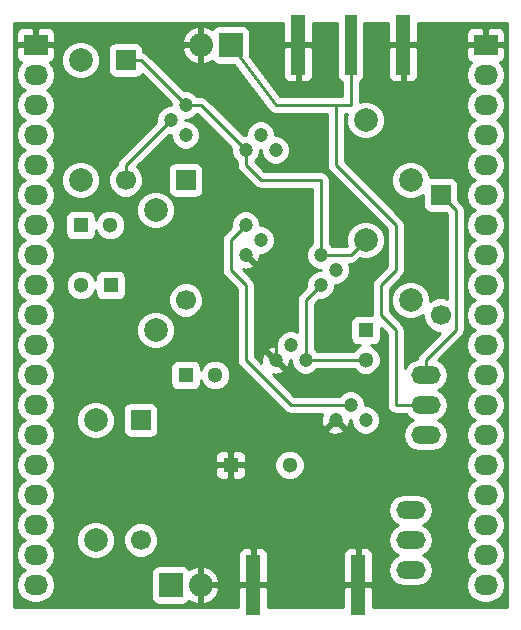
<source format=gbr>
G04 #@! TF.FileFunction,Copper,L2,Bot,Signal*
%FSLAX46Y46*%
G04 Gerber Fmt 4.6, Leading zero omitted, Abs format (unit mm)*
G04 Created by KiCad (PCBNEW 4.0.3+e1-6302~38~ubuntu16.04.1-stable) date Tue Aug 16 18:31:39 2016*
%MOMM*%
%LPD*%
G01*
G04 APERTURE LIST*
%ADD10C,0.100000*%
%ADD11R,1.300000X1.300000*%
%ADD12C,1.300000*%
%ADD13C,1.699260*%
%ADD14R,1.699260X1.699260*%
%ADD15R,2.032000X1.727200*%
%ADD16O,2.032000X1.727200*%
%ADD17R,2.032000X2.032000*%
%ADD18O,2.032000X2.032000*%
%ADD19R,1.270000X5.080000*%
%ADD20R,1.016000X5.080000*%
%ADD21C,1.200000*%
%ADD22O,2.499360X1.501140*%
%ADD23C,1.998980*%
%ADD24C,0.250000*%
%ADD25C,0.254000*%
G04 APERTURE END LIST*
D10*
D11*
X48260000Y-101600000D03*
D12*
X45760000Y-101600000D03*
D11*
X54610000Y-109220000D03*
D12*
X57110000Y-109220000D03*
D11*
X58420000Y-116840000D03*
D12*
X63420000Y-116840000D03*
D11*
X69850000Y-105410000D03*
D12*
X69850000Y-107910000D03*
D11*
X45720000Y-96520000D03*
D12*
X48220000Y-96520000D03*
D13*
X54612540Y-102870520D03*
D14*
X54612540Y-92710520D03*
D13*
X49532540Y-92710520D03*
D14*
X49532540Y-82550520D03*
D15*
X41910000Y-81280000D03*
D16*
X41910000Y-83820000D03*
X41910000Y-86360000D03*
X41910000Y-88900000D03*
X41910000Y-91440000D03*
X41910000Y-93980000D03*
X41910000Y-96520000D03*
X41910000Y-99060000D03*
X41910000Y-101600000D03*
X41910000Y-104140000D03*
X41910000Y-106680000D03*
X41910000Y-109220000D03*
X41910000Y-111760000D03*
X41910000Y-114300000D03*
X41910000Y-116840000D03*
X41910000Y-119380000D03*
X41910000Y-121920000D03*
X41910000Y-124460000D03*
X41910000Y-127000000D03*
D17*
X53340000Y-127000000D03*
D18*
X55880000Y-127000000D03*
D15*
X80010000Y-81280000D03*
D16*
X80010000Y-83820000D03*
X80010000Y-86360000D03*
X80010000Y-88900000D03*
X80010000Y-91440000D03*
X80010000Y-93980000D03*
X80010000Y-96520000D03*
X80010000Y-99060000D03*
X80010000Y-101600000D03*
X80010000Y-104140000D03*
X80010000Y-106680000D03*
X80010000Y-109220000D03*
X80010000Y-111760000D03*
X80010000Y-114300000D03*
X80010000Y-116840000D03*
X80010000Y-119380000D03*
X80010000Y-121920000D03*
X80010000Y-124460000D03*
X80010000Y-127000000D03*
D17*
X58420000Y-81280000D03*
D18*
X55880000Y-81280000D03*
D19*
X64135000Y-81280000D03*
X73025000Y-81280000D03*
D20*
X68580000Y-81280000D03*
D21*
X59690000Y-99060000D03*
X60960000Y-97790000D03*
X59690000Y-96520000D03*
X54610000Y-86360000D03*
X53340000Y-87630000D03*
X54610000Y-88900000D03*
X62230000Y-90170000D03*
X60960000Y-88900000D03*
X59690000Y-90170000D03*
X69850000Y-113030000D03*
X68580000Y-111760000D03*
X67310000Y-113030000D03*
X66040000Y-101600000D03*
X67310000Y-100330000D03*
X66040000Y-99060000D03*
X64770000Y-107950000D03*
X63500000Y-106680000D03*
X62230000Y-107950000D03*
D22*
X74930000Y-111760000D03*
X74930000Y-114300000D03*
X74930000Y-109220000D03*
X73660000Y-123190000D03*
X73660000Y-120650000D03*
X73660000Y-125730000D03*
D23*
X45720000Y-82550000D03*
X45720000Y-92710000D03*
X52070000Y-105410000D03*
X52070000Y-95250000D03*
X46990000Y-113030000D03*
X46990000Y-123190000D03*
X73660000Y-92710000D03*
X73660000Y-102870000D03*
X69850000Y-87630000D03*
X69850000Y-97790000D03*
D19*
X69215000Y-127000000D03*
X60325000Y-127000000D03*
D13*
X76202540Y-104140520D03*
D14*
X76202540Y-93980520D03*
D13*
X50802540Y-123190520D03*
D14*
X50802540Y-113030520D03*
D24*
X64770000Y-107950000D02*
X64770000Y-102870000D01*
X64770000Y-102870000D02*
X66040000Y-101600000D01*
X64770000Y-107950000D02*
X69810000Y-107950000D01*
X69810000Y-107950000D02*
X69850000Y-107910000D01*
X62230000Y-107950000D02*
X62230000Y-101600000D01*
X62230000Y-101600000D02*
X59690000Y-99060000D01*
X62230000Y-107950000D02*
X64770000Y-110490000D01*
X69850000Y-115570000D02*
X67310000Y-113030000D01*
X71120000Y-114300000D02*
X69850000Y-115570000D01*
X71120000Y-111760000D02*
X71120000Y-114300000D01*
X69850000Y-110490000D02*
X71120000Y-111760000D01*
X64770000Y-110490000D02*
X69850000Y-110490000D01*
X49532540Y-92710520D02*
X49532540Y-91437460D01*
X49532540Y-91437460D02*
X53340000Y-87630000D01*
X68580000Y-111760000D02*
X63500000Y-111760000D01*
X58420000Y-97790000D02*
X59690000Y-96520000D01*
X58420000Y-100330000D02*
X58420000Y-97790000D01*
X59690000Y-101600000D02*
X58420000Y-100330000D01*
X59690000Y-107950000D02*
X59690000Y-101600000D01*
X63500000Y-111760000D02*
X59690000Y-107950000D01*
X66040000Y-99060000D02*
X68580000Y-99060000D01*
X68580000Y-99060000D02*
X69850000Y-97790000D01*
X66040000Y-99060000D02*
X66040000Y-92710000D01*
X59690000Y-90170000D02*
X59690000Y-91440000D01*
X60960000Y-92710000D02*
X66040000Y-92710000D01*
X59690000Y-91440000D02*
X60960000Y-92710000D01*
X54610000Y-86360000D02*
X55880000Y-86360000D01*
X55880000Y-86360000D02*
X59690000Y-90170000D01*
X49532540Y-82550520D02*
X50800520Y-82550520D01*
X50800520Y-82550520D02*
X54610000Y-86360000D01*
X74930000Y-109220000D02*
X74930000Y-107950000D01*
X77470000Y-95247980D02*
X76202540Y-93980520D01*
X77470000Y-105410000D02*
X77470000Y-95247980D01*
X74930000Y-107950000D02*
X77470000Y-105410000D01*
X58420000Y-81280000D02*
X62230000Y-86360000D01*
X62230000Y-86360000D02*
X67310000Y-86360000D01*
X67310000Y-86360000D02*
X67310000Y-91440000D01*
X72390000Y-111760000D02*
X74930000Y-111760000D01*
X72390000Y-105410000D02*
X72390000Y-111760000D01*
X71120000Y-104140000D02*
X72390000Y-105410000D01*
X71120000Y-101600000D02*
X71120000Y-104140000D01*
X72390000Y-100330000D02*
X71120000Y-101600000D01*
X72390000Y-96520000D02*
X72390000Y-100330000D01*
X67310000Y-91440000D02*
X72390000Y-96520000D01*
X68580000Y-86360000D02*
X68580000Y-81280000D01*
X67310000Y-86360000D02*
X68580000Y-86360000D01*
D25*
G36*
X62865000Y-80994250D02*
X63023750Y-81153000D01*
X64008000Y-81153000D01*
X64008000Y-81133000D01*
X64262000Y-81133000D01*
X64262000Y-81153000D01*
X65246250Y-81153000D01*
X65405000Y-80994250D01*
X65405000Y-79450000D01*
X67424560Y-79450000D01*
X67424560Y-83820000D01*
X67468838Y-84055317D01*
X67607910Y-84271441D01*
X67820000Y-84416356D01*
X67820000Y-85600000D01*
X62610000Y-85600000D01*
X60083440Y-82231253D01*
X60083440Y-81565750D01*
X62865000Y-81565750D01*
X62865000Y-83946310D01*
X62961673Y-84179699D01*
X63140302Y-84358327D01*
X63373691Y-84455000D01*
X63849250Y-84455000D01*
X64008000Y-84296250D01*
X64008000Y-81407000D01*
X64262000Y-81407000D01*
X64262000Y-84296250D01*
X64420750Y-84455000D01*
X64896309Y-84455000D01*
X65129698Y-84358327D01*
X65308327Y-84179699D01*
X65405000Y-83946310D01*
X65405000Y-81565750D01*
X65246250Y-81407000D01*
X64262000Y-81407000D01*
X64008000Y-81407000D01*
X63023750Y-81407000D01*
X62865000Y-81565750D01*
X60083440Y-81565750D01*
X60083440Y-80264000D01*
X60039162Y-80028683D01*
X59900090Y-79812559D01*
X59687890Y-79667569D01*
X59436000Y-79616560D01*
X57404000Y-79616560D01*
X57168683Y-79660838D01*
X56952559Y-79799910D01*
X56852144Y-79946872D01*
X56848379Y-79942812D01*
X56262946Y-79674017D01*
X56007000Y-79792633D01*
X56007000Y-81153000D01*
X56027000Y-81153000D01*
X56027000Y-81407000D01*
X56007000Y-81407000D01*
X56007000Y-82767367D01*
X56262946Y-82885983D01*
X56848379Y-82617188D01*
X56852934Y-82612276D01*
X56939910Y-82747441D01*
X57152110Y-82892431D01*
X57404000Y-82943440D01*
X58717580Y-82943440D01*
X61622000Y-86816000D01*
X61662431Y-86852251D01*
X61692599Y-86897401D01*
X61771834Y-86950344D01*
X61842785Y-87013960D01*
X61894010Y-87031979D01*
X61939161Y-87062148D01*
X62032627Y-87080740D01*
X62122520Y-87112361D01*
X62176740Y-87109406D01*
X62230000Y-87120000D01*
X66550000Y-87120000D01*
X66550000Y-91440000D01*
X66607852Y-91730839D01*
X66772599Y-91977401D01*
X71630000Y-96834802D01*
X71630000Y-100015198D01*
X70582599Y-101062599D01*
X70417852Y-101309161D01*
X70360000Y-101600000D01*
X70360000Y-104112560D01*
X69200000Y-104112560D01*
X68964683Y-104156838D01*
X68748559Y-104295910D01*
X68603569Y-104508110D01*
X68552560Y-104760000D01*
X68552560Y-106060000D01*
X68596838Y-106295317D01*
X68735910Y-106511441D01*
X68948110Y-106656431D01*
X69200000Y-106707440D01*
X69395460Y-106707440D01*
X69123057Y-106819995D01*
X68761265Y-107181155D01*
X68757592Y-107190000D01*
X65756356Y-107190000D01*
X65530000Y-106963248D01*
X65530000Y-103184802D01*
X65879941Y-102834861D01*
X66284579Y-102835214D01*
X66738657Y-102647592D01*
X67086371Y-102300485D01*
X67274785Y-101846734D01*
X67275031Y-101564970D01*
X67554579Y-101565214D01*
X68008657Y-101377592D01*
X68356371Y-101030485D01*
X68544785Y-100576734D01*
X68545214Y-100085421D01*
X68435544Y-99820000D01*
X68580000Y-99820000D01*
X68870839Y-99762148D01*
X69117401Y-99597401D01*
X69358917Y-99355885D01*
X69523453Y-99424206D01*
X70173694Y-99424774D01*
X70774655Y-99176462D01*
X71234846Y-98717073D01*
X71484206Y-98116547D01*
X71484774Y-97466306D01*
X71236462Y-96865345D01*
X70777073Y-96405154D01*
X70176547Y-96155794D01*
X69526306Y-96155226D01*
X68925345Y-96403538D01*
X68465154Y-96862927D01*
X68215794Y-97463453D01*
X68215226Y-98113694D01*
X68284309Y-98280889D01*
X68265198Y-98300000D01*
X67026356Y-98300000D01*
X66800000Y-98073248D01*
X66800000Y-92710000D01*
X66742148Y-92419161D01*
X66577401Y-92172599D01*
X66330839Y-92007852D01*
X66040000Y-91950000D01*
X61274802Y-91950000D01*
X60465593Y-91140791D01*
X60736371Y-90870485D01*
X60924785Y-90416734D01*
X60925031Y-90134970D01*
X60995030Y-90135031D01*
X60994786Y-90414579D01*
X61182408Y-90868657D01*
X61529515Y-91216371D01*
X61983266Y-91404785D01*
X62474579Y-91405214D01*
X62928657Y-91217592D01*
X63276371Y-90870485D01*
X63464785Y-90416734D01*
X63465214Y-89925421D01*
X63277592Y-89471343D01*
X62930485Y-89123629D01*
X62476734Y-88935215D01*
X62194970Y-88934969D01*
X62195214Y-88655421D01*
X62007592Y-88201343D01*
X61660485Y-87853629D01*
X61206734Y-87665215D01*
X60715421Y-87664786D01*
X60261343Y-87852408D01*
X59913629Y-88199515D01*
X59725215Y-88653266D01*
X59724969Y-88935030D01*
X59529662Y-88934860D01*
X56417401Y-85822599D01*
X56170839Y-85657852D01*
X55880000Y-85600000D01*
X55596356Y-85600000D01*
X55310485Y-85313629D01*
X54856734Y-85125215D01*
X54449662Y-85124860D01*
X51337921Y-82013119D01*
X51091359Y-81848372D01*
X51029610Y-81836089D01*
X51029610Y-81700890D01*
X51022470Y-81662944D01*
X54274025Y-81662944D01*
X54473615Y-82144818D01*
X54911621Y-82617188D01*
X55497054Y-82885983D01*
X55753000Y-82767367D01*
X55753000Y-81407000D01*
X54393164Y-81407000D01*
X54274025Y-81662944D01*
X51022470Y-81662944D01*
X50985332Y-81465573D01*
X50846260Y-81249449D01*
X50634060Y-81104459D01*
X50382170Y-81053450D01*
X48682910Y-81053450D01*
X48447593Y-81097728D01*
X48231469Y-81236800D01*
X48086479Y-81449000D01*
X48035470Y-81700890D01*
X48035470Y-83400150D01*
X48079748Y-83635467D01*
X48218820Y-83851591D01*
X48431020Y-83996581D01*
X48682910Y-84047590D01*
X50382170Y-84047590D01*
X50617487Y-84003312D01*
X50833611Y-83864240D01*
X50917160Y-83741962D01*
X53375139Y-86199941D01*
X53374969Y-86395030D01*
X53095421Y-86394786D01*
X52641343Y-86582408D01*
X52293629Y-86929515D01*
X52105215Y-87383266D01*
X52104860Y-87790338D01*
X48995139Y-90900059D01*
X48830392Y-91146621D01*
X48776720Y-91416446D01*
X48692663Y-91451178D01*
X48274666Y-91868446D01*
X48048168Y-92413913D01*
X48047652Y-93004536D01*
X48273198Y-93550397D01*
X48690466Y-93968394D01*
X49235933Y-94194892D01*
X49826556Y-94195408D01*
X50372417Y-93969862D01*
X50790414Y-93552594D01*
X51016912Y-93007127D01*
X51017428Y-92416504D01*
X50791882Y-91870643D01*
X50782147Y-91860890D01*
X53115470Y-91860890D01*
X53115470Y-93560150D01*
X53159748Y-93795467D01*
X53298820Y-94011591D01*
X53511020Y-94156581D01*
X53762910Y-94207590D01*
X55462170Y-94207590D01*
X55697487Y-94163312D01*
X55913611Y-94024240D01*
X56058601Y-93812040D01*
X56109610Y-93560150D01*
X56109610Y-91860890D01*
X56065332Y-91625573D01*
X55926260Y-91409449D01*
X55714060Y-91264459D01*
X55462170Y-91213450D01*
X53762910Y-91213450D01*
X53527593Y-91257728D01*
X53311469Y-91396800D01*
X53166479Y-91609000D01*
X53115470Y-91860890D01*
X50782147Y-91860890D01*
X50483290Y-91561512D01*
X53179941Y-88864861D01*
X53375030Y-88865031D01*
X53374786Y-89144579D01*
X53562408Y-89598657D01*
X53909515Y-89946371D01*
X54363266Y-90134785D01*
X54854579Y-90135214D01*
X55308657Y-89947592D01*
X55656371Y-89600485D01*
X55844785Y-89146734D01*
X55845214Y-88655421D01*
X55657592Y-88201343D01*
X55310485Y-87853629D01*
X54856734Y-87665215D01*
X54574970Y-87664969D01*
X54575031Y-87594970D01*
X54854579Y-87595214D01*
X55308657Y-87407592D01*
X55580961Y-87135763D01*
X58455139Y-90009941D01*
X58454786Y-90414579D01*
X58642408Y-90868657D01*
X58930000Y-91156752D01*
X58930000Y-91440000D01*
X58987852Y-91730839D01*
X59152599Y-91977401D01*
X60422599Y-93247401D01*
X60669160Y-93412148D01*
X60960000Y-93470000D01*
X65280000Y-93470000D01*
X65280000Y-98073644D01*
X64993629Y-98359515D01*
X64805215Y-98813266D01*
X64804786Y-99304579D01*
X64992408Y-99758657D01*
X65339515Y-100106371D01*
X65793266Y-100294785D01*
X66075030Y-100295031D01*
X66074969Y-100365030D01*
X65795421Y-100364786D01*
X65341343Y-100552408D01*
X64993629Y-100899515D01*
X64805215Y-101353266D01*
X64804860Y-101760338D01*
X64232599Y-102332599D01*
X64067852Y-102579161D01*
X64010000Y-102870000D01*
X64010000Y-105554533D01*
X63746734Y-105445215D01*
X63255421Y-105444786D01*
X62801343Y-105632408D01*
X62453629Y-105979515D01*
X62265215Y-106433266D01*
X62264973Y-106710479D01*
X61908587Y-106732518D01*
X61596383Y-106861836D01*
X61546870Y-107087265D01*
X62230000Y-107770395D01*
X62244143Y-107756253D01*
X62423748Y-107935858D01*
X62409605Y-107950000D01*
X63092735Y-108633130D01*
X63318164Y-108583617D01*
X63477807Y-108118964D01*
X63465192Y-107914970D01*
X63535030Y-107915031D01*
X63534786Y-108194579D01*
X63722408Y-108648657D01*
X64069515Y-108996371D01*
X64523266Y-109184785D01*
X65014579Y-109185214D01*
X65468657Y-108997592D01*
X65756752Y-108710000D01*
X68832924Y-108710000D01*
X69121155Y-108998735D01*
X69593276Y-109194777D01*
X70104481Y-109195223D01*
X70576943Y-109000005D01*
X70938735Y-108638845D01*
X71134777Y-108166724D01*
X71135223Y-107655519D01*
X70940005Y-107183057D01*
X70578845Y-106821265D01*
X70304724Y-106707440D01*
X70500000Y-106707440D01*
X70735317Y-106663162D01*
X70951441Y-106524090D01*
X71096431Y-106311890D01*
X71147440Y-106060000D01*
X71147440Y-105242242D01*
X71630000Y-105724802D01*
X71630000Y-111760000D01*
X71687852Y-112050839D01*
X71852599Y-112297401D01*
X72099161Y-112462148D01*
X72390000Y-112520000D01*
X73267391Y-112520000D01*
X73414221Y-112739746D01*
X73848616Y-113030000D01*
X73414221Y-113320254D01*
X73113867Y-113769765D01*
X73008397Y-114300000D01*
X73113867Y-114830235D01*
X73414221Y-115279746D01*
X73863732Y-115580100D01*
X74393967Y-115685570D01*
X75466033Y-115685570D01*
X75996268Y-115580100D01*
X76445779Y-115279746D01*
X76746133Y-114830235D01*
X76851603Y-114300000D01*
X76746133Y-113769765D01*
X76445779Y-113320254D01*
X76011384Y-113030000D01*
X76445779Y-112739746D01*
X76746133Y-112290235D01*
X76851603Y-111760000D01*
X76746133Y-111229765D01*
X76445779Y-110780254D01*
X76011384Y-110490000D01*
X76445779Y-110199746D01*
X76746133Y-109750235D01*
X76851603Y-109220000D01*
X76746133Y-108689765D01*
X76445779Y-108240254D01*
X76007438Y-107947364D01*
X78007401Y-105947401D01*
X78172148Y-105700840D01*
X78207219Y-105524526D01*
X78230000Y-105410000D01*
X78230000Y-95247980D01*
X78172148Y-94957141D01*
X78007401Y-94710579D01*
X77699610Y-94402788D01*
X77699610Y-93130890D01*
X77655332Y-92895573D01*
X77516260Y-92679449D01*
X77304060Y-92534459D01*
X77052170Y-92483450D01*
X75352910Y-92483450D01*
X75294680Y-92494407D01*
X75294774Y-92386306D01*
X75046462Y-91785345D01*
X74587073Y-91325154D01*
X73986547Y-91075794D01*
X73336306Y-91075226D01*
X72735345Y-91323538D01*
X72275154Y-91782927D01*
X72025794Y-92383453D01*
X72025226Y-93033694D01*
X72273538Y-93634655D01*
X72732927Y-94094846D01*
X73333453Y-94344206D01*
X73983694Y-94344774D01*
X74584655Y-94096462D01*
X74705470Y-93975858D01*
X74705470Y-94830150D01*
X74749748Y-95065467D01*
X74888820Y-95281591D01*
X75101020Y-95426581D01*
X75352910Y-95477590D01*
X76624808Y-95477590D01*
X76710000Y-95562782D01*
X76710000Y-102743702D01*
X76499147Y-102656148D01*
X75908524Y-102655632D01*
X75362663Y-102881178D01*
X75294422Y-102949300D01*
X75294774Y-102546306D01*
X75046462Y-101945345D01*
X74587073Y-101485154D01*
X73986547Y-101235794D01*
X73336306Y-101235226D01*
X72735345Y-101483538D01*
X72275154Y-101942927D01*
X72025794Y-102543453D01*
X72025226Y-103193694D01*
X72273538Y-103794655D01*
X72732927Y-104254846D01*
X73333453Y-104504206D01*
X73983694Y-104504774D01*
X74584655Y-104256462D01*
X74717924Y-104123425D01*
X74717652Y-104434536D01*
X74943198Y-104980397D01*
X75360466Y-105398394D01*
X75905933Y-105624892D01*
X76180067Y-105625131D01*
X74392599Y-107412599D01*
X74227852Y-107659161D01*
X74184709Y-107876054D01*
X73863732Y-107939900D01*
X73414221Y-108240254D01*
X73150000Y-108635688D01*
X73150000Y-105410000D01*
X73127219Y-105295474D01*
X73092148Y-105119160D01*
X72927401Y-104872599D01*
X71880000Y-103825198D01*
X71880000Y-101914802D01*
X72927401Y-100867401D01*
X73092148Y-100620840D01*
X73150000Y-100330000D01*
X73150000Y-96520000D01*
X73092148Y-96229161D01*
X72927401Y-95982599D01*
X68070000Y-91125198D01*
X68070000Y-87120000D01*
X68291970Y-87120000D01*
X68215794Y-87303453D01*
X68215226Y-87953694D01*
X68463538Y-88554655D01*
X68922927Y-89014846D01*
X69523453Y-89264206D01*
X70173694Y-89264774D01*
X70774655Y-89016462D01*
X71234846Y-88557073D01*
X71484206Y-87956547D01*
X71484774Y-87306306D01*
X71236462Y-86705345D01*
X70777073Y-86245154D01*
X70176547Y-85995794D01*
X69526306Y-85995226D01*
X69340000Y-86072206D01*
X69340000Y-84412427D01*
X69539441Y-84284090D01*
X69684431Y-84071890D01*
X69735440Y-83820000D01*
X69735440Y-81565750D01*
X71755000Y-81565750D01*
X71755000Y-83946310D01*
X71851673Y-84179699D01*
X72030302Y-84358327D01*
X72263691Y-84455000D01*
X72739250Y-84455000D01*
X72898000Y-84296250D01*
X72898000Y-81407000D01*
X73152000Y-81407000D01*
X73152000Y-84296250D01*
X73310750Y-84455000D01*
X73786309Y-84455000D01*
X74019698Y-84358327D01*
X74198327Y-84179699D01*
X74295000Y-83946310D01*
X74295000Y-83820000D01*
X78326655Y-83820000D01*
X78440729Y-84393489D01*
X78765585Y-84879670D01*
X79080366Y-85090000D01*
X78765585Y-85300330D01*
X78440729Y-85786511D01*
X78326655Y-86360000D01*
X78440729Y-86933489D01*
X78765585Y-87419670D01*
X79080366Y-87630000D01*
X78765585Y-87840330D01*
X78440729Y-88326511D01*
X78326655Y-88900000D01*
X78440729Y-89473489D01*
X78765585Y-89959670D01*
X79080366Y-90170000D01*
X78765585Y-90380330D01*
X78440729Y-90866511D01*
X78326655Y-91440000D01*
X78440729Y-92013489D01*
X78765585Y-92499670D01*
X79080366Y-92710000D01*
X78765585Y-92920330D01*
X78440729Y-93406511D01*
X78326655Y-93980000D01*
X78440729Y-94553489D01*
X78765585Y-95039670D01*
X79080366Y-95250000D01*
X78765585Y-95460330D01*
X78440729Y-95946511D01*
X78326655Y-96520000D01*
X78440729Y-97093489D01*
X78765585Y-97579670D01*
X79080366Y-97790000D01*
X78765585Y-98000330D01*
X78440729Y-98486511D01*
X78326655Y-99060000D01*
X78440729Y-99633489D01*
X78765585Y-100119670D01*
X79080366Y-100330000D01*
X78765585Y-100540330D01*
X78440729Y-101026511D01*
X78326655Y-101600000D01*
X78440729Y-102173489D01*
X78765585Y-102659670D01*
X79080366Y-102870000D01*
X78765585Y-103080330D01*
X78440729Y-103566511D01*
X78326655Y-104140000D01*
X78440729Y-104713489D01*
X78765585Y-105199670D01*
X79080366Y-105410000D01*
X78765585Y-105620330D01*
X78440729Y-106106511D01*
X78326655Y-106680000D01*
X78440729Y-107253489D01*
X78765585Y-107739670D01*
X79080366Y-107950000D01*
X78765585Y-108160330D01*
X78440729Y-108646511D01*
X78326655Y-109220000D01*
X78440729Y-109793489D01*
X78765585Y-110279670D01*
X79080366Y-110490000D01*
X78765585Y-110700330D01*
X78440729Y-111186511D01*
X78326655Y-111760000D01*
X78440729Y-112333489D01*
X78765585Y-112819670D01*
X79080366Y-113030000D01*
X78765585Y-113240330D01*
X78440729Y-113726511D01*
X78326655Y-114300000D01*
X78440729Y-114873489D01*
X78765585Y-115359670D01*
X79080366Y-115570000D01*
X78765585Y-115780330D01*
X78440729Y-116266511D01*
X78326655Y-116840000D01*
X78440729Y-117413489D01*
X78765585Y-117899670D01*
X79080366Y-118110000D01*
X78765585Y-118320330D01*
X78440729Y-118806511D01*
X78326655Y-119380000D01*
X78440729Y-119953489D01*
X78765585Y-120439670D01*
X79080366Y-120650000D01*
X78765585Y-120860330D01*
X78440729Y-121346511D01*
X78326655Y-121920000D01*
X78440729Y-122493489D01*
X78765585Y-122979670D01*
X79080366Y-123190000D01*
X78765585Y-123400330D01*
X78440729Y-123886511D01*
X78326655Y-124460000D01*
X78440729Y-125033489D01*
X78765585Y-125519670D01*
X79080366Y-125730000D01*
X78765585Y-125940330D01*
X78440729Y-126426511D01*
X78326655Y-127000000D01*
X78440729Y-127573489D01*
X78765585Y-128059670D01*
X79251766Y-128384526D01*
X79825255Y-128498600D01*
X80194745Y-128498600D01*
X80768234Y-128384526D01*
X81254415Y-128059670D01*
X81579271Y-127573489D01*
X81693345Y-127000000D01*
X81579271Y-126426511D01*
X81254415Y-125940330D01*
X80939634Y-125730000D01*
X81254415Y-125519670D01*
X81579271Y-125033489D01*
X81693345Y-124460000D01*
X81579271Y-123886511D01*
X81254415Y-123400330D01*
X80939634Y-123190000D01*
X81254415Y-122979670D01*
X81579271Y-122493489D01*
X81693345Y-121920000D01*
X81579271Y-121346511D01*
X81254415Y-120860330D01*
X80939634Y-120650000D01*
X81254415Y-120439670D01*
X81579271Y-119953489D01*
X81693345Y-119380000D01*
X81579271Y-118806511D01*
X81254415Y-118320330D01*
X80939634Y-118110000D01*
X81254415Y-117899670D01*
X81579271Y-117413489D01*
X81693345Y-116840000D01*
X81579271Y-116266511D01*
X81254415Y-115780330D01*
X80939634Y-115570000D01*
X81254415Y-115359670D01*
X81579271Y-114873489D01*
X81693345Y-114300000D01*
X81579271Y-113726511D01*
X81254415Y-113240330D01*
X80939634Y-113030000D01*
X81254415Y-112819670D01*
X81579271Y-112333489D01*
X81693345Y-111760000D01*
X81579271Y-111186511D01*
X81254415Y-110700330D01*
X80939634Y-110490000D01*
X81254415Y-110279670D01*
X81579271Y-109793489D01*
X81693345Y-109220000D01*
X81579271Y-108646511D01*
X81254415Y-108160330D01*
X80939634Y-107950000D01*
X81254415Y-107739670D01*
X81579271Y-107253489D01*
X81693345Y-106680000D01*
X81579271Y-106106511D01*
X81254415Y-105620330D01*
X80939634Y-105410000D01*
X81254415Y-105199670D01*
X81579271Y-104713489D01*
X81693345Y-104140000D01*
X81579271Y-103566511D01*
X81254415Y-103080330D01*
X80939634Y-102870000D01*
X81254415Y-102659670D01*
X81579271Y-102173489D01*
X81693345Y-101600000D01*
X81579271Y-101026511D01*
X81254415Y-100540330D01*
X80939634Y-100330000D01*
X81254415Y-100119670D01*
X81579271Y-99633489D01*
X81693345Y-99060000D01*
X81579271Y-98486511D01*
X81254415Y-98000330D01*
X80939634Y-97790000D01*
X81254415Y-97579670D01*
X81579271Y-97093489D01*
X81693345Y-96520000D01*
X81579271Y-95946511D01*
X81254415Y-95460330D01*
X80939634Y-95250000D01*
X81254415Y-95039670D01*
X81579271Y-94553489D01*
X81693345Y-93980000D01*
X81579271Y-93406511D01*
X81254415Y-92920330D01*
X80939634Y-92710000D01*
X81254415Y-92499670D01*
X81579271Y-92013489D01*
X81693345Y-91440000D01*
X81579271Y-90866511D01*
X81254415Y-90380330D01*
X80939634Y-90170000D01*
X81254415Y-89959670D01*
X81579271Y-89473489D01*
X81693345Y-88900000D01*
X81579271Y-88326511D01*
X81254415Y-87840330D01*
X80939634Y-87630000D01*
X81254415Y-87419670D01*
X81579271Y-86933489D01*
X81693345Y-86360000D01*
X81579271Y-85786511D01*
X81254415Y-85300330D01*
X80939634Y-85090000D01*
X81254415Y-84879670D01*
X81579271Y-84393489D01*
X81693345Y-83820000D01*
X81579271Y-83246511D01*
X81254415Y-82760330D01*
X81232220Y-82745500D01*
X81385699Y-82681927D01*
X81564327Y-82503298D01*
X81661000Y-82269909D01*
X81661000Y-81565750D01*
X81502250Y-81407000D01*
X80137000Y-81407000D01*
X80137000Y-81427000D01*
X79883000Y-81427000D01*
X79883000Y-81407000D01*
X78517750Y-81407000D01*
X78359000Y-81565750D01*
X78359000Y-82269909D01*
X78455673Y-82503298D01*
X78634301Y-82681927D01*
X78787780Y-82745500D01*
X78765585Y-82760330D01*
X78440729Y-83246511D01*
X78326655Y-83820000D01*
X74295000Y-83820000D01*
X74295000Y-81565750D01*
X74136250Y-81407000D01*
X73152000Y-81407000D01*
X72898000Y-81407000D01*
X71913750Y-81407000D01*
X71755000Y-81565750D01*
X69735440Y-81565750D01*
X69735440Y-79450000D01*
X71755000Y-79450000D01*
X71755000Y-80994250D01*
X71913750Y-81153000D01*
X72898000Y-81153000D01*
X72898000Y-81133000D01*
X73152000Y-81133000D01*
X73152000Y-81153000D01*
X74136250Y-81153000D01*
X74295000Y-80994250D01*
X74295000Y-80290091D01*
X78359000Y-80290091D01*
X78359000Y-80994250D01*
X78517750Y-81153000D01*
X79883000Y-81153000D01*
X79883000Y-79940150D01*
X80137000Y-79940150D01*
X80137000Y-81153000D01*
X81502250Y-81153000D01*
X81661000Y-80994250D01*
X81661000Y-80290091D01*
X81564327Y-80056702D01*
X81385699Y-79878073D01*
X81152310Y-79781400D01*
X80295750Y-79781400D01*
X80137000Y-79940150D01*
X79883000Y-79940150D01*
X79724250Y-79781400D01*
X78867690Y-79781400D01*
X78634301Y-79878073D01*
X78455673Y-80056702D01*
X78359000Y-80290091D01*
X74295000Y-80290091D01*
X74295000Y-79450000D01*
X81840000Y-79450000D01*
X81840000Y-128830000D01*
X70485000Y-128830000D01*
X70485000Y-127285750D01*
X70326250Y-127127000D01*
X69342000Y-127127000D01*
X69342000Y-127147000D01*
X69088000Y-127147000D01*
X69088000Y-127127000D01*
X68103750Y-127127000D01*
X67945000Y-127285750D01*
X67945000Y-128830000D01*
X61595000Y-128830000D01*
X61595000Y-127285750D01*
X61436250Y-127127000D01*
X60452000Y-127127000D01*
X60452000Y-127147000D01*
X60198000Y-127147000D01*
X60198000Y-127127000D01*
X59213750Y-127127000D01*
X59055000Y-127285750D01*
X59055000Y-128830000D01*
X40080000Y-128830000D01*
X40080000Y-83820000D01*
X40226655Y-83820000D01*
X40340729Y-84393489D01*
X40665585Y-84879670D01*
X40980366Y-85090000D01*
X40665585Y-85300330D01*
X40340729Y-85786511D01*
X40226655Y-86360000D01*
X40340729Y-86933489D01*
X40665585Y-87419670D01*
X40980366Y-87630000D01*
X40665585Y-87840330D01*
X40340729Y-88326511D01*
X40226655Y-88900000D01*
X40340729Y-89473489D01*
X40665585Y-89959670D01*
X40980366Y-90170000D01*
X40665585Y-90380330D01*
X40340729Y-90866511D01*
X40226655Y-91440000D01*
X40340729Y-92013489D01*
X40665585Y-92499670D01*
X40980366Y-92710000D01*
X40665585Y-92920330D01*
X40340729Y-93406511D01*
X40226655Y-93980000D01*
X40340729Y-94553489D01*
X40665585Y-95039670D01*
X40980366Y-95250000D01*
X40665585Y-95460330D01*
X40340729Y-95946511D01*
X40226655Y-96520000D01*
X40340729Y-97093489D01*
X40665585Y-97579670D01*
X40980366Y-97790000D01*
X40665585Y-98000330D01*
X40340729Y-98486511D01*
X40226655Y-99060000D01*
X40340729Y-99633489D01*
X40665585Y-100119670D01*
X40980366Y-100330000D01*
X40665585Y-100540330D01*
X40340729Y-101026511D01*
X40226655Y-101600000D01*
X40340729Y-102173489D01*
X40665585Y-102659670D01*
X40980366Y-102870000D01*
X40665585Y-103080330D01*
X40340729Y-103566511D01*
X40226655Y-104140000D01*
X40340729Y-104713489D01*
X40665585Y-105199670D01*
X40980366Y-105410000D01*
X40665585Y-105620330D01*
X40340729Y-106106511D01*
X40226655Y-106680000D01*
X40340729Y-107253489D01*
X40665585Y-107739670D01*
X40980366Y-107950000D01*
X40665585Y-108160330D01*
X40340729Y-108646511D01*
X40226655Y-109220000D01*
X40340729Y-109793489D01*
X40665585Y-110279670D01*
X40980366Y-110490000D01*
X40665585Y-110700330D01*
X40340729Y-111186511D01*
X40226655Y-111760000D01*
X40340729Y-112333489D01*
X40665585Y-112819670D01*
X40980366Y-113030000D01*
X40665585Y-113240330D01*
X40340729Y-113726511D01*
X40226655Y-114300000D01*
X40340729Y-114873489D01*
X40665585Y-115359670D01*
X40980366Y-115570000D01*
X40665585Y-115780330D01*
X40340729Y-116266511D01*
X40226655Y-116840000D01*
X40340729Y-117413489D01*
X40665585Y-117899670D01*
X40980366Y-118110000D01*
X40665585Y-118320330D01*
X40340729Y-118806511D01*
X40226655Y-119380000D01*
X40340729Y-119953489D01*
X40665585Y-120439670D01*
X40980366Y-120650000D01*
X40665585Y-120860330D01*
X40340729Y-121346511D01*
X40226655Y-121920000D01*
X40340729Y-122493489D01*
X40665585Y-122979670D01*
X40980366Y-123190000D01*
X40665585Y-123400330D01*
X40340729Y-123886511D01*
X40226655Y-124460000D01*
X40340729Y-125033489D01*
X40665585Y-125519670D01*
X40980366Y-125730000D01*
X40665585Y-125940330D01*
X40340729Y-126426511D01*
X40226655Y-127000000D01*
X40340729Y-127573489D01*
X40665585Y-128059670D01*
X41151766Y-128384526D01*
X41725255Y-128498600D01*
X42094745Y-128498600D01*
X42668234Y-128384526D01*
X43154415Y-128059670D01*
X43479271Y-127573489D01*
X43593345Y-127000000D01*
X43479271Y-126426511D01*
X43183595Y-125984000D01*
X51676560Y-125984000D01*
X51676560Y-128016000D01*
X51720838Y-128251317D01*
X51859910Y-128467441D01*
X52072110Y-128612431D01*
X52324000Y-128663440D01*
X54356000Y-128663440D01*
X54591317Y-128619162D01*
X54807441Y-128480090D01*
X54907856Y-128333128D01*
X54911621Y-128337188D01*
X55497054Y-128605983D01*
X55753000Y-128487367D01*
X55753000Y-127127000D01*
X56007000Y-127127000D01*
X56007000Y-128487367D01*
X56262946Y-128605983D01*
X56848379Y-128337188D01*
X57286385Y-127864818D01*
X57485975Y-127382944D01*
X57366836Y-127127000D01*
X56007000Y-127127000D01*
X55753000Y-127127000D01*
X55733000Y-127127000D01*
X55733000Y-126873000D01*
X55753000Y-126873000D01*
X55753000Y-125512633D01*
X56007000Y-125512633D01*
X56007000Y-126873000D01*
X57366836Y-126873000D01*
X57485975Y-126617056D01*
X57286385Y-126135182D01*
X56848379Y-125662812D01*
X56262946Y-125394017D01*
X56007000Y-125512633D01*
X55753000Y-125512633D01*
X55497054Y-125394017D01*
X54911621Y-125662812D01*
X54907066Y-125667724D01*
X54820090Y-125532559D01*
X54607890Y-125387569D01*
X54356000Y-125336560D01*
X52324000Y-125336560D01*
X52088683Y-125380838D01*
X51872559Y-125519910D01*
X51727569Y-125732110D01*
X51676560Y-125984000D01*
X43183595Y-125984000D01*
X43154415Y-125940330D01*
X42839634Y-125730000D01*
X43154415Y-125519670D01*
X43479271Y-125033489D01*
X43593345Y-124460000D01*
X43479271Y-123886511D01*
X43230163Y-123513694D01*
X45355226Y-123513694D01*
X45603538Y-124114655D01*
X46062927Y-124574846D01*
X46663453Y-124824206D01*
X47313694Y-124824774D01*
X47914655Y-124576462D01*
X48374846Y-124117073D01*
X48624206Y-123516547D01*
X48624233Y-123484536D01*
X49317652Y-123484536D01*
X49543198Y-124030397D01*
X49960466Y-124448394D01*
X50505933Y-124674892D01*
X51096556Y-124675408D01*
X51642417Y-124449862D01*
X51758791Y-124333690D01*
X59055000Y-124333690D01*
X59055000Y-126714250D01*
X59213750Y-126873000D01*
X60198000Y-126873000D01*
X60198000Y-123983750D01*
X60452000Y-123983750D01*
X60452000Y-126873000D01*
X61436250Y-126873000D01*
X61595000Y-126714250D01*
X61595000Y-124333690D01*
X67945000Y-124333690D01*
X67945000Y-126714250D01*
X68103750Y-126873000D01*
X69088000Y-126873000D01*
X69088000Y-123983750D01*
X69342000Y-123983750D01*
X69342000Y-126873000D01*
X70326250Y-126873000D01*
X70485000Y-126714250D01*
X70485000Y-124333690D01*
X70388327Y-124100301D01*
X70209698Y-123921673D01*
X69976309Y-123825000D01*
X69500750Y-123825000D01*
X69342000Y-123983750D01*
X69088000Y-123983750D01*
X68929250Y-123825000D01*
X68453691Y-123825000D01*
X68220302Y-123921673D01*
X68041673Y-124100301D01*
X67945000Y-124333690D01*
X61595000Y-124333690D01*
X61498327Y-124100301D01*
X61319698Y-123921673D01*
X61086309Y-123825000D01*
X60610750Y-123825000D01*
X60452000Y-123983750D01*
X60198000Y-123983750D01*
X60039250Y-123825000D01*
X59563691Y-123825000D01*
X59330302Y-123921673D01*
X59151673Y-124100301D01*
X59055000Y-124333690D01*
X51758791Y-124333690D01*
X52060414Y-124032594D01*
X52286912Y-123487127D01*
X52287428Y-122896504D01*
X52061882Y-122350643D01*
X51644614Y-121932646D01*
X51099147Y-121706148D01*
X50508524Y-121705632D01*
X49962663Y-121931178D01*
X49544666Y-122348446D01*
X49318168Y-122893913D01*
X49317652Y-123484536D01*
X48624233Y-123484536D01*
X48624774Y-122866306D01*
X48376462Y-122265345D01*
X47917073Y-121805154D01*
X47316547Y-121555794D01*
X46666306Y-121555226D01*
X46065345Y-121803538D01*
X45605154Y-122262927D01*
X45355794Y-122863453D01*
X45355226Y-123513694D01*
X43230163Y-123513694D01*
X43154415Y-123400330D01*
X42839634Y-123190000D01*
X43154415Y-122979670D01*
X43479271Y-122493489D01*
X43593345Y-121920000D01*
X43479271Y-121346511D01*
X43154415Y-120860330D01*
X42839634Y-120650000D01*
X71738397Y-120650000D01*
X71843867Y-121180235D01*
X72144221Y-121629746D01*
X72578616Y-121920000D01*
X72144221Y-122210254D01*
X71843867Y-122659765D01*
X71738397Y-123190000D01*
X71843867Y-123720235D01*
X72144221Y-124169746D01*
X72578616Y-124460000D01*
X72144221Y-124750254D01*
X71843867Y-125199765D01*
X71738397Y-125730000D01*
X71843867Y-126260235D01*
X72144221Y-126709746D01*
X72593732Y-127010100D01*
X73123967Y-127115570D01*
X74196033Y-127115570D01*
X74726268Y-127010100D01*
X75175779Y-126709746D01*
X75476133Y-126260235D01*
X75581603Y-125730000D01*
X75476133Y-125199765D01*
X75175779Y-124750254D01*
X74741384Y-124460000D01*
X75175779Y-124169746D01*
X75476133Y-123720235D01*
X75581603Y-123190000D01*
X75476133Y-122659765D01*
X75175779Y-122210254D01*
X74741384Y-121920000D01*
X75175779Y-121629746D01*
X75476133Y-121180235D01*
X75581603Y-120650000D01*
X75476133Y-120119765D01*
X75175779Y-119670254D01*
X74726268Y-119369900D01*
X74196033Y-119264430D01*
X73123967Y-119264430D01*
X72593732Y-119369900D01*
X72144221Y-119670254D01*
X71843867Y-120119765D01*
X71738397Y-120650000D01*
X42839634Y-120650000D01*
X43154415Y-120439670D01*
X43479271Y-119953489D01*
X43593345Y-119380000D01*
X43479271Y-118806511D01*
X43154415Y-118320330D01*
X42839634Y-118110000D01*
X43154415Y-117899670D01*
X43479271Y-117413489D01*
X43536505Y-117125750D01*
X57135000Y-117125750D01*
X57135000Y-117616310D01*
X57231673Y-117849699D01*
X57410302Y-118028327D01*
X57643691Y-118125000D01*
X58134250Y-118125000D01*
X58293000Y-117966250D01*
X58293000Y-116967000D01*
X58547000Y-116967000D01*
X58547000Y-117966250D01*
X58705750Y-118125000D01*
X59196309Y-118125000D01*
X59429698Y-118028327D01*
X59608327Y-117849699D01*
X59705000Y-117616310D01*
X59705000Y-117125750D01*
X59673731Y-117094481D01*
X62134777Y-117094481D01*
X62329995Y-117566943D01*
X62691155Y-117928735D01*
X63163276Y-118124777D01*
X63674481Y-118125223D01*
X64146943Y-117930005D01*
X64508735Y-117568845D01*
X64704777Y-117096724D01*
X64705223Y-116585519D01*
X64510005Y-116113057D01*
X64148845Y-115751265D01*
X63676724Y-115555223D01*
X63165519Y-115554777D01*
X62693057Y-115749995D01*
X62331265Y-116111155D01*
X62135223Y-116583276D01*
X62134777Y-117094481D01*
X59673731Y-117094481D01*
X59546250Y-116967000D01*
X58547000Y-116967000D01*
X58293000Y-116967000D01*
X57293750Y-116967000D01*
X57135000Y-117125750D01*
X43536505Y-117125750D01*
X43593345Y-116840000D01*
X43479271Y-116266511D01*
X43343751Y-116063690D01*
X57135000Y-116063690D01*
X57135000Y-116554250D01*
X57293750Y-116713000D01*
X58293000Y-116713000D01*
X58293000Y-115713750D01*
X58547000Y-115713750D01*
X58547000Y-116713000D01*
X59546250Y-116713000D01*
X59705000Y-116554250D01*
X59705000Y-116063690D01*
X59608327Y-115830301D01*
X59429698Y-115651673D01*
X59196309Y-115555000D01*
X58705750Y-115555000D01*
X58547000Y-115713750D01*
X58293000Y-115713750D01*
X58134250Y-115555000D01*
X57643691Y-115555000D01*
X57410302Y-115651673D01*
X57231673Y-115830301D01*
X57135000Y-116063690D01*
X43343751Y-116063690D01*
X43154415Y-115780330D01*
X42839634Y-115570000D01*
X43154415Y-115359670D01*
X43479271Y-114873489D01*
X43593345Y-114300000D01*
X43479271Y-113726511D01*
X43230163Y-113353694D01*
X45355226Y-113353694D01*
X45603538Y-113954655D01*
X46062927Y-114414846D01*
X46663453Y-114664206D01*
X47313694Y-114664774D01*
X47914655Y-114416462D01*
X48374846Y-113957073D01*
X48624206Y-113356547D01*
X48624774Y-112706306D01*
X48407677Y-112180890D01*
X49305470Y-112180890D01*
X49305470Y-113880150D01*
X49349748Y-114115467D01*
X49488820Y-114331591D01*
X49701020Y-114476581D01*
X49952910Y-114527590D01*
X51652170Y-114527590D01*
X51887487Y-114483312D01*
X52103611Y-114344240D01*
X52248601Y-114132040D01*
X52297061Y-113892735D01*
X66626870Y-113892735D01*
X66676383Y-114118164D01*
X67141036Y-114277807D01*
X67631413Y-114247482D01*
X67943617Y-114118164D01*
X67993130Y-113892735D01*
X67310000Y-113209605D01*
X66626870Y-113892735D01*
X52297061Y-113892735D01*
X52299610Y-113880150D01*
X52299610Y-112180890D01*
X52255332Y-111945573D01*
X52116260Y-111729449D01*
X51904060Y-111584459D01*
X51652170Y-111533450D01*
X49952910Y-111533450D01*
X49717593Y-111577728D01*
X49501469Y-111716800D01*
X49356479Y-111929000D01*
X49305470Y-112180890D01*
X48407677Y-112180890D01*
X48376462Y-112105345D01*
X47917073Y-111645154D01*
X47316547Y-111395794D01*
X46666306Y-111395226D01*
X46065345Y-111643538D01*
X45605154Y-112102927D01*
X45355794Y-112703453D01*
X45355226Y-113353694D01*
X43230163Y-113353694D01*
X43154415Y-113240330D01*
X42839634Y-113030000D01*
X43154415Y-112819670D01*
X43479271Y-112333489D01*
X43593345Y-111760000D01*
X43479271Y-111186511D01*
X43154415Y-110700330D01*
X42839634Y-110490000D01*
X43154415Y-110279670D01*
X43479271Y-109793489D01*
X43593345Y-109220000D01*
X43479271Y-108646511D01*
X43428148Y-108570000D01*
X53312560Y-108570000D01*
X53312560Y-109870000D01*
X53356838Y-110105317D01*
X53495910Y-110321441D01*
X53708110Y-110466431D01*
X53960000Y-110517440D01*
X55260000Y-110517440D01*
X55495317Y-110473162D01*
X55711441Y-110334090D01*
X55856431Y-110121890D01*
X55907440Y-109870000D01*
X55907440Y-109674540D01*
X56019995Y-109946943D01*
X56381155Y-110308735D01*
X56853276Y-110504777D01*
X57364481Y-110505223D01*
X57836943Y-110310005D01*
X58198735Y-109948845D01*
X58394777Y-109476724D01*
X58395223Y-108965519D01*
X58200005Y-108493057D01*
X57838845Y-108131265D01*
X57366724Y-107935223D01*
X56855519Y-107934777D01*
X56383057Y-108129995D01*
X56021265Y-108491155D01*
X55907440Y-108765276D01*
X55907440Y-108570000D01*
X55863162Y-108334683D01*
X55724090Y-108118559D01*
X55511890Y-107973569D01*
X55260000Y-107922560D01*
X53960000Y-107922560D01*
X53724683Y-107966838D01*
X53508559Y-108105910D01*
X53363569Y-108318110D01*
X53312560Y-108570000D01*
X43428148Y-108570000D01*
X43154415Y-108160330D01*
X42839634Y-107950000D01*
X43154415Y-107739670D01*
X43479271Y-107253489D01*
X43593345Y-106680000D01*
X43479271Y-106106511D01*
X43230163Y-105733694D01*
X50435226Y-105733694D01*
X50683538Y-106334655D01*
X51142927Y-106794846D01*
X51743453Y-107044206D01*
X52393694Y-107044774D01*
X52994655Y-106796462D01*
X53454846Y-106337073D01*
X53704206Y-105736547D01*
X53704774Y-105086306D01*
X53456462Y-104485345D01*
X52997073Y-104025154D01*
X52396547Y-103775794D01*
X51746306Y-103775226D01*
X51145345Y-104023538D01*
X50685154Y-104482927D01*
X50435794Y-105083453D01*
X50435226Y-105733694D01*
X43230163Y-105733694D01*
X43154415Y-105620330D01*
X42839634Y-105410000D01*
X43154415Y-105199670D01*
X43479271Y-104713489D01*
X43593345Y-104140000D01*
X43479271Y-103566511D01*
X43210680Y-103164536D01*
X53127652Y-103164536D01*
X53353198Y-103710397D01*
X53770466Y-104128394D01*
X54315933Y-104354892D01*
X54906556Y-104355408D01*
X55452417Y-104129862D01*
X55870414Y-103712594D01*
X56096912Y-103167127D01*
X56097428Y-102576504D01*
X55871882Y-102030643D01*
X55454614Y-101612646D01*
X54909147Y-101386148D01*
X54318524Y-101385632D01*
X53772663Y-101611178D01*
X53354666Y-102028446D01*
X53128168Y-102573913D01*
X53127652Y-103164536D01*
X43210680Y-103164536D01*
X43154415Y-103080330D01*
X42839634Y-102870000D01*
X43154415Y-102659670D01*
X43479271Y-102173489D01*
X43542725Y-101854481D01*
X44474777Y-101854481D01*
X44669995Y-102326943D01*
X45031155Y-102688735D01*
X45503276Y-102884777D01*
X46014481Y-102885223D01*
X46486943Y-102690005D01*
X46848735Y-102328845D01*
X46962560Y-102054724D01*
X46962560Y-102250000D01*
X47006838Y-102485317D01*
X47145910Y-102701441D01*
X47358110Y-102846431D01*
X47610000Y-102897440D01*
X48910000Y-102897440D01*
X49145317Y-102853162D01*
X49361441Y-102714090D01*
X49506431Y-102501890D01*
X49557440Y-102250000D01*
X49557440Y-100950000D01*
X49513162Y-100714683D01*
X49374090Y-100498559D01*
X49161890Y-100353569D01*
X48910000Y-100302560D01*
X47610000Y-100302560D01*
X47374683Y-100346838D01*
X47158559Y-100485910D01*
X47013569Y-100698110D01*
X46962560Y-100950000D01*
X46962560Y-101145460D01*
X46850005Y-100873057D01*
X46488845Y-100511265D01*
X46016724Y-100315223D01*
X45505519Y-100314777D01*
X45033057Y-100509995D01*
X44671265Y-100871155D01*
X44475223Y-101343276D01*
X44474777Y-101854481D01*
X43542725Y-101854481D01*
X43593345Y-101600000D01*
X43479271Y-101026511D01*
X43154415Y-100540330D01*
X42839634Y-100330000D01*
X43154415Y-100119670D01*
X43479271Y-99633489D01*
X43593345Y-99060000D01*
X43479271Y-98486511D01*
X43154415Y-98000330D01*
X42839634Y-97790000D01*
X43154415Y-97579670D01*
X43479271Y-97093489D01*
X43593345Y-96520000D01*
X43479271Y-95946511D01*
X43428148Y-95870000D01*
X44422560Y-95870000D01*
X44422560Y-97170000D01*
X44466838Y-97405317D01*
X44605910Y-97621441D01*
X44818110Y-97766431D01*
X45070000Y-97817440D01*
X46370000Y-97817440D01*
X46605317Y-97773162D01*
X46821441Y-97634090D01*
X46966431Y-97421890D01*
X47017440Y-97170000D01*
X47017440Y-96974540D01*
X47129995Y-97246943D01*
X47491155Y-97608735D01*
X47963276Y-97804777D01*
X48474481Y-97805223D01*
X48511323Y-97790000D01*
X57660000Y-97790000D01*
X57660000Y-100330000D01*
X57717852Y-100620839D01*
X57882599Y-100867401D01*
X58930000Y-101914802D01*
X58930000Y-107950000D01*
X58987852Y-108240839D01*
X59152599Y-108487401D01*
X62962599Y-112297401D01*
X63209161Y-112462148D01*
X63500000Y-112520000D01*
X66179364Y-112520000D01*
X66062193Y-112861036D01*
X66092518Y-113351413D01*
X66221836Y-113663617D01*
X66447265Y-113713130D01*
X67130395Y-113030000D01*
X67116253Y-113015858D01*
X67295858Y-112836253D01*
X67310000Y-112850395D01*
X67324143Y-112836253D01*
X67503748Y-113015858D01*
X67489605Y-113030000D01*
X68172735Y-113713130D01*
X68398164Y-113663617D01*
X68557807Y-113198964D01*
X68545192Y-112994970D01*
X68615030Y-112995031D01*
X68614786Y-113274579D01*
X68802408Y-113728657D01*
X69149515Y-114076371D01*
X69603266Y-114264785D01*
X70094579Y-114265214D01*
X70548657Y-114077592D01*
X70896371Y-113730485D01*
X71084785Y-113276734D01*
X71085214Y-112785421D01*
X70897592Y-112331343D01*
X70550485Y-111983629D01*
X70096734Y-111795215D01*
X69814970Y-111794969D01*
X69815214Y-111515421D01*
X69627592Y-111061343D01*
X69280485Y-110713629D01*
X68826734Y-110525215D01*
X68335421Y-110524786D01*
X67881343Y-110712408D01*
X67593248Y-111000000D01*
X63814802Y-111000000D01*
X61987262Y-109172460D01*
X62061036Y-109197807D01*
X62551413Y-109167482D01*
X62863617Y-109038164D01*
X62913130Y-108812735D01*
X62230000Y-108129605D01*
X62215858Y-108143748D01*
X62036253Y-107964143D01*
X62050395Y-107950000D01*
X61367265Y-107266870D01*
X61141836Y-107316383D01*
X60982193Y-107781036D01*
X61007660Y-108192858D01*
X60450000Y-107635198D01*
X60450000Y-101600000D01*
X60392148Y-101309161D01*
X60392148Y-101309160D01*
X60227401Y-101062599D01*
X59447262Y-100282460D01*
X59521036Y-100307807D01*
X60011413Y-100277482D01*
X60323617Y-100148164D01*
X60373130Y-99922735D01*
X59690000Y-99239605D01*
X59675858Y-99253748D01*
X59496253Y-99074143D01*
X59510395Y-99060000D01*
X59496253Y-99045858D01*
X59675858Y-98866253D01*
X59690000Y-98880395D01*
X59704143Y-98866253D01*
X59883748Y-99045858D01*
X59869605Y-99060000D01*
X60552735Y-99743130D01*
X60778164Y-99693617D01*
X60937807Y-99228964D01*
X60925192Y-99024970D01*
X61204579Y-99025214D01*
X61658657Y-98837592D01*
X62006371Y-98490485D01*
X62194785Y-98036734D01*
X62195214Y-97545421D01*
X62007592Y-97091343D01*
X61660485Y-96743629D01*
X61206734Y-96555215D01*
X60924970Y-96554969D01*
X60925214Y-96275421D01*
X60737592Y-95821343D01*
X60390485Y-95473629D01*
X59936734Y-95285215D01*
X59445421Y-95284786D01*
X58991343Y-95472408D01*
X58643629Y-95819515D01*
X58455215Y-96273266D01*
X58454860Y-96680338D01*
X57882599Y-97252599D01*
X57717852Y-97499161D01*
X57660000Y-97790000D01*
X48511323Y-97790000D01*
X48946943Y-97610005D01*
X49308735Y-97248845D01*
X49504777Y-96776724D01*
X49505223Y-96265519D01*
X49310005Y-95793057D01*
X49091026Y-95573694D01*
X50435226Y-95573694D01*
X50683538Y-96174655D01*
X51142927Y-96634846D01*
X51743453Y-96884206D01*
X52393694Y-96884774D01*
X52994655Y-96636462D01*
X53454846Y-96177073D01*
X53704206Y-95576547D01*
X53704774Y-94926306D01*
X53456462Y-94325345D01*
X52997073Y-93865154D01*
X52396547Y-93615794D01*
X51746306Y-93615226D01*
X51145345Y-93863538D01*
X50685154Y-94322927D01*
X50435794Y-94923453D01*
X50435226Y-95573694D01*
X49091026Y-95573694D01*
X48948845Y-95431265D01*
X48476724Y-95235223D01*
X47965519Y-95234777D01*
X47493057Y-95429995D01*
X47131265Y-95791155D01*
X47017440Y-96065276D01*
X47017440Y-95870000D01*
X46973162Y-95634683D01*
X46834090Y-95418559D01*
X46621890Y-95273569D01*
X46370000Y-95222560D01*
X45070000Y-95222560D01*
X44834683Y-95266838D01*
X44618559Y-95405910D01*
X44473569Y-95618110D01*
X44422560Y-95870000D01*
X43428148Y-95870000D01*
X43154415Y-95460330D01*
X42839634Y-95250000D01*
X43154415Y-95039670D01*
X43479271Y-94553489D01*
X43593345Y-93980000D01*
X43479271Y-93406511D01*
X43230163Y-93033694D01*
X44085226Y-93033694D01*
X44333538Y-93634655D01*
X44792927Y-94094846D01*
X45393453Y-94344206D01*
X46043694Y-94344774D01*
X46644655Y-94096462D01*
X47104846Y-93637073D01*
X47354206Y-93036547D01*
X47354774Y-92386306D01*
X47106462Y-91785345D01*
X46647073Y-91325154D01*
X46046547Y-91075794D01*
X45396306Y-91075226D01*
X44795345Y-91323538D01*
X44335154Y-91782927D01*
X44085794Y-92383453D01*
X44085226Y-93033694D01*
X43230163Y-93033694D01*
X43154415Y-92920330D01*
X42839634Y-92710000D01*
X43154415Y-92499670D01*
X43479271Y-92013489D01*
X43593345Y-91440000D01*
X43479271Y-90866511D01*
X43154415Y-90380330D01*
X42839634Y-90170000D01*
X43154415Y-89959670D01*
X43479271Y-89473489D01*
X43593345Y-88900000D01*
X43479271Y-88326511D01*
X43154415Y-87840330D01*
X42839634Y-87630000D01*
X43154415Y-87419670D01*
X43479271Y-86933489D01*
X43593345Y-86360000D01*
X43479271Y-85786511D01*
X43154415Y-85300330D01*
X42839634Y-85090000D01*
X43154415Y-84879670D01*
X43479271Y-84393489D01*
X43593345Y-83820000D01*
X43479271Y-83246511D01*
X43230163Y-82873694D01*
X44085226Y-82873694D01*
X44333538Y-83474655D01*
X44792927Y-83934846D01*
X45393453Y-84184206D01*
X46043694Y-84184774D01*
X46644655Y-83936462D01*
X47104846Y-83477073D01*
X47354206Y-82876547D01*
X47354774Y-82226306D01*
X47106462Y-81625345D01*
X46647073Y-81165154D01*
X46046547Y-80915794D01*
X45396306Y-80915226D01*
X44795345Y-81163538D01*
X44335154Y-81622927D01*
X44085794Y-82223453D01*
X44085226Y-82873694D01*
X43230163Y-82873694D01*
X43154415Y-82760330D01*
X43132220Y-82745500D01*
X43285699Y-82681927D01*
X43464327Y-82503298D01*
X43561000Y-82269909D01*
X43561000Y-81565750D01*
X43402250Y-81407000D01*
X42037000Y-81407000D01*
X42037000Y-81427000D01*
X41783000Y-81427000D01*
X41783000Y-81407000D01*
X40417750Y-81407000D01*
X40259000Y-81565750D01*
X40259000Y-82269909D01*
X40355673Y-82503298D01*
X40534301Y-82681927D01*
X40687780Y-82745500D01*
X40665585Y-82760330D01*
X40340729Y-83246511D01*
X40226655Y-83820000D01*
X40080000Y-83820000D01*
X40080000Y-80290091D01*
X40259000Y-80290091D01*
X40259000Y-80994250D01*
X40417750Y-81153000D01*
X41783000Y-81153000D01*
X41783000Y-79940150D01*
X42037000Y-79940150D01*
X42037000Y-81153000D01*
X43402250Y-81153000D01*
X43561000Y-80994250D01*
X43561000Y-80897056D01*
X54274025Y-80897056D01*
X54393164Y-81153000D01*
X55753000Y-81153000D01*
X55753000Y-79792633D01*
X55497054Y-79674017D01*
X54911621Y-79942812D01*
X54473615Y-80415182D01*
X54274025Y-80897056D01*
X43561000Y-80897056D01*
X43561000Y-80290091D01*
X43464327Y-80056702D01*
X43285699Y-79878073D01*
X43052310Y-79781400D01*
X42195750Y-79781400D01*
X42037000Y-79940150D01*
X41783000Y-79940150D01*
X41624250Y-79781400D01*
X40767690Y-79781400D01*
X40534301Y-79878073D01*
X40355673Y-80056702D01*
X40259000Y-80290091D01*
X40080000Y-80290091D01*
X40080000Y-79450000D01*
X62865000Y-79450000D01*
X62865000Y-80994250D01*
X62865000Y-80994250D01*
G37*
X62865000Y-80994250D02*
X63023750Y-81153000D01*
X64008000Y-81153000D01*
X64008000Y-81133000D01*
X64262000Y-81133000D01*
X64262000Y-81153000D01*
X65246250Y-81153000D01*
X65405000Y-80994250D01*
X65405000Y-79450000D01*
X67424560Y-79450000D01*
X67424560Y-83820000D01*
X67468838Y-84055317D01*
X67607910Y-84271441D01*
X67820000Y-84416356D01*
X67820000Y-85600000D01*
X62610000Y-85600000D01*
X60083440Y-82231253D01*
X60083440Y-81565750D01*
X62865000Y-81565750D01*
X62865000Y-83946310D01*
X62961673Y-84179699D01*
X63140302Y-84358327D01*
X63373691Y-84455000D01*
X63849250Y-84455000D01*
X64008000Y-84296250D01*
X64008000Y-81407000D01*
X64262000Y-81407000D01*
X64262000Y-84296250D01*
X64420750Y-84455000D01*
X64896309Y-84455000D01*
X65129698Y-84358327D01*
X65308327Y-84179699D01*
X65405000Y-83946310D01*
X65405000Y-81565750D01*
X65246250Y-81407000D01*
X64262000Y-81407000D01*
X64008000Y-81407000D01*
X63023750Y-81407000D01*
X62865000Y-81565750D01*
X60083440Y-81565750D01*
X60083440Y-80264000D01*
X60039162Y-80028683D01*
X59900090Y-79812559D01*
X59687890Y-79667569D01*
X59436000Y-79616560D01*
X57404000Y-79616560D01*
X57168683Y-79660838D01*
X56952559Y-79799910D01*
X56852144Y-79946872D01*
X56848379Y-79942812D01*
X56262946Y-79674017D01*
X56007000Y-79792633D01*
X56007000Y-81153000D01*
X56027000Y-81153000D01*
X56027000Y-81407000D01*
X56007000Y-81407000D01*
X56007000Y-82767367D01*
X56262946Y-82885983D01*
X56848379Y-82617188D01*
X56852934Y-82612276D01*
X56939910Y-82747441D01*
X57152110Y-82892431D01*
X57404000Y-82943440D01*
X58717580Y-82943440D01*
X61622000Y-86816000D01*
X61662431Y-86852251D01*
X61692599Y-86897401D01*
X61771834Y-86950344D01*
X61842785Y-87013960D01*
X61894010Y-87031979D01*
X61939161Y-87062148D01*
X62032627Y-87080740D01*
X62122520Y-87112361D01*
X62176740Y-87109406D01*
X62230000Y-87120000D01*
X66550000Y-87120000D01*
X66550000Y-91440000D01*
X66607852Y-91730839D01*
X66772599Y-91977401D01*
X71630000Y-96834802D01*
X71630000Y-100015198D01*
X70582599Y-101062599D01*
X70417852Y-101309161D01*
X70360000Y-101600000D01*
X70360000Y-104112560D01*
X69200000Y-104112560D01*
X68964683Y-104156838D01*
X68748559Y-104295910D01*
X68603569Y-104508110D01*
X68552560Y-104760000D01*
X68552560Y-106060000D01*
X68596838Y-106295317D01*
X68735910Y-106511441D01*
X68948110Y-106656431D01*
X69200000Y-106707440D01*
X69395460Y-106707440D01*
X69123057Y-106819995D01*
X68761265Y-107181155D01*
X68757592Y-107190000D01*
X65756356Y-107190000D01*
X65530000Y-106963248D01*
X65530000Y-103184802D01*
X65879941Y-102834861D01*
X66284579Y-102835214D01*
X66738657Y-102647592D01*
X67086371Y-102300485D01*
X67274785Y-101846734D01*
X67275031Y-101564970D01*
X67554579Y-101565214D01*
X68008657Y-101377592D01*
X68356371Y-101030485D01*
X68544785Y-100576734D01*
X68545214Y-100085421D01*
X68435544Y-99820000D01*
X68580000Y-99820000D01*
X68870839Y-99762148D01*
X69117401Y-99597401D01*
X69358917Y-99355885D01*
X69523453Y-99424206D01*
X70173694Y-99424774D01*
X70774655Y-99176462D01*
X71234846Y-98717073D01*
X71484206Y-98116547D01*
X71484774Y-97466306D01*
X71236462Y-96865345D01*
X70777073Y-96405154D01*
X70176547Y-96155794D01*
X69526306Y-96155226D01*
X68925345Y-96403538D01*
X68465154Y-96862927D01*
X68215794Y-97463453D01*
X68215226Y-98113694D01*
X68284309Y-98280889D01*
X68265198Y-98300000D01*
X67026356Y-98300000D01*
X66800000Y-98073248D01*
X66800000Y-92710000D01*
X66742148Y-92419161D01*
X66577401Y-92172599D01*
X66330839Y-92007852D01*
X66040000Y-91950000D01*
X61274802Y-91950000D01*
X60465593Y-91140791D01*
X60736371Y-90870485D01*
X60924785Y-90416734D01*
X60925031Y-90134970D01*
X60995030Y-90135031D01*
X60994786Y-90414579D01*
X61182408Y-90868657D01*
X61529515Y-91216371D01*
X61983266Y-91404785D01*
X62474579Y-91405214D01*
X62928657Y-91217592D01*
X63276371Y-90870485D01*
X63464785Y-90416734D01*
X63465214Y-89925421D01*
X63277592Y-89471343D01*
X62930485Y-89123629D01*
X62476734Y-88935215D01*
X62194970Y-88934969D01*
X62195214Y-88655421D01*
X62007592Y-88201343D01*
X61660485Y-87853629D01*
X61206734Y-87665215D01*
X60715421Y-87664786D01*
X60261343Y-87852408D01*
X59913629Y-88199515D01*
X59725215Y-88653266D01*
X59724969Y-88935030D01*
X59529662Y-88934860D01*
X56417401Y-85822599D01*
X56170839Y-85657852D01*
X55880000Y-85600000D01*
X55596356Y-85600000D01*
X55310485Y-85313629D01*
X54856734Y-85125215D01*
X54449662Y-85124860D01*
X51337921Y-82013119D01*
X51091359Y-81848372D01*
X51029610Y-81836089D01*
X51029610Y-81700890D01*
X51022470Y-81662944D01*
X54274025Y-81662944D01*
X54473615Y-82144818D01*
X54911621Y-82617188D01*
X55497054Y-82885983D01*
X55753000Y-82767367D01*
X55753000Y-81407000D01*
X54393164Y-81407000D01*
X54274025Y-81662944D01*
X51022470Y-81662944D01*
X50985332Y-81465573D01*
X50846260Y-81249449D01*
X50634060Y-81104459D01*
X50382170Y-81053450D01*
X48682910Y-81053450D01*
X48447593Y-81097728D01*
X48231469Y-81236800D01*
X48086479Y-81449000D01*
X48035470Y-81700890D01*
X48035470Y-83400150D01*
X48079748Y-83635467D01*
X48218820Y-83851591D01*
X48431020Y-83996581D01*
X48682910Y-84047590D01*
X50382170Y-84047590D01*
X50617487Y-84003312D01*
X50833611Y-83864240D01*
X50917160Y-83741962D01*
X53375139Y-86199941D01*
X53374969Y-86395030D01*
X53095421Y-86394786D01*
X52641343Y-86582408D01*
X52293629Y-86929515D01*
X52105215Y-87383266D01*
X52104860Y-87790338D01*
X48995139Y-90900059D01*
X48830392Y-91146621D01*
X48776720Y-91416446D01*
X48692663Y-91451178D01*
X48274666Y-91868446D01*
X48048168Y-92413913D01*
X48047652Y-93004536D01*
X48273198Y-93550397D01*
X48690466Y-93968394D01*
X49235933Y-94194892D01*
X49826556Y-94195408D01*
X50372417Y-93969862D01*
X50790414Y-93552594D01*
X51016912Y-93007127D01*
X51017428Y-92416504D01*
X50791882Y-91870643D01*
X50782147Y-91860890D01*
X53115470Y-91860890D01*
X53115470Y-93560150D01*
X53159748Y-93795467D01*
X53298820Y-94011591D01*
X53511020Y-94156581D01*
X53762910Y-94207590D01*
X55462170Y-94207590D01*
X55697487Y-94163312D01*
X55913611Y-94024240D01*
X56058601Y-93812040D01*
X56109610Y-93560150D01*
X56109610Y-91860890D01*
X56065332Y-91625573D01*
X55926260Y-91409449D01*
X55714060Y-91264459D01*
X55462170Y-91213450D01*
X53762910Y-91213450D01*
X53527593Y-91257728D01*
X53311469Y-91396800D01*
X53166479Y-91609000D01*
X53115470Y-91860890D01*
X50782147Y-91860890D01*
X50483290Y-91561512D01*
X53179941Y-88864861D01*
X53375030Y-88865031D01*
X53374786Y-89144579D01*
X53562408Y-89598657D01*
X53909515Y-89946371D01*
X54363266Y-90134785D01*
X54854579Y-90135214D01*
X55308657Y-89947592D01*
X55656371Y-89600485D01*
X55844785Y-89146734D01*
X55845214Y-88655421D01*
X55657592Y-88201343D01*
X55310485Y-87853629D01*
X54856734Y-87665215D01*
X54574970Y-87664969D01*
X54575031Y-87594970D01*
X54854579Y-87595214D01*
X55308657Y-87407592D01*
X55580961Y-87135763D01*
X58455139Y-90009941D01*
X58454786Y-90414579D01*
X58642408Y-90868657D01*
X58930000Y-91156752D01*
X58930000Y-91440000D01*
X58987852Y-91730839D01*
X59152599Y-91977401D01*
X60422599Y-93247401D01*
X60669160Y-93412148D01*
X60960000Y-93470000D01*
X65280000Y-93470000D01*
X65280000Y-98073644D01*
X64993629Y-98359515D01*
X64805215Y-98813266D01*
X64804786Y-99304579D01*
X64992408Y-99758657D01*
X65339515Y-100106371D01*
X65793266Y-100294785D01*
X66075030Y-100295031D01*
X66074969Y-100365030D01*
X65795421Y-100364786D01*
X65341343Y-100552408D01*
X64993629Y-100899515D01*
X64805215Y-101353266D01*
X64804860Y-101760338D01*
X64232599Y-102332599D01*
X64067852Y-102579161D01*
X64010000Y-102870000D01*
X64010000Y-105554533D01*
X63746734Y-105445215D01*
X63255421Y-105444786D01*
X62801343Y-105632408D01*
X62453629Y-105979515D01*
X62265215Y-106433266D01*
X62264973Y-106710479D01*
X61908587Y-106732518D01*
X61596383Y-106861836D01*
X61546870Y-107087265D01*
X62230000Y-107770395D01*
X62244143Y-107756253D01*
X62423748Y-107935858D01*
X62409605Y-107950000D01*
X63092735Y-108633130D01*
X63318164Y-108583617D01*
X63477807Y-108118964D01*
X63465192Y-107914970D01*
X63535030Y-107915031D01*
X63534786Y-108194579D01*
X63722408Y-108648657D01*
X64069515Y-108996371D01*
X64523266Y-109184785D01*
X65014579Y-109185214D01*
X65468657Y-108997592D01*
X65756752Y-108710000D01*
X68832924Y-108710000D01*
X69121155Y-108998735D01*
X69593276Y-109194777D01*
X70104481Y-109195223D01*
X70576943Y-109000005D01*
X70938735Y-108638845D01*
X71134777Y-108166724D01*
X71135223Y-107655519D01*
X70940005Y-107183057D01*
X70578845Y-106821265D01*
X70304724Y-106707440D01*
X70500000Y-106707440D01*
X70735317Y-106663162D01*
X70951441Y-106524090D01*
X71096431Y-106311890D01*
X71147440Y-106060000D01*
X71147440Y-105242242D01*
X71630000Y-105724802D01*
X71630000Y-111760000D01*
X71687852Y-112050839D01*
X71852599Y-112297401D01*
X72099161Y-112462148D01*
X72390000Y-112520000D01*
X73267391Y-112520000D01*
X73414221Y-112739746D01*
X73848616Y-113030000D01*
X73414221Y-113320254D01*
X73113867Y-113769765D01*
X73008397Y-114300000D01*
X73113867Y-114830235D01*
X73414221Y-115279746D01*
X73863732Y-115580100D01*
X74393967Y-115685570D01*
X75466033Y-115685570D01*
X75996268Y-115580100D01*
X76445779Y-115279746D01*
X76746133Y-114830235D01*
X76851603Y-114300000D01*
X76746133Y-113769765D01*
X76445779Y-113320254D01*
X76011384Y-113030000D01*
X76445779Y-112739746D01*
X76746133Y-112290235D01*
X76851603Y-111760000D01*
X76746133Y-111229765D01*
X76445779Y-110780254D01*
X76011384Y-110490000D01*
X76445779Y-110199746D01*
X76746133Y-109750235D01*
X76851603Y-109220000D01*
X76746133Y-108689765D01*
X76445779Y-108240254D01*
X76007438Y-107947364D01*
X78007401Y-105947401D01*
X78172148Y-105700840D01*
X78207219Y-105524526D01*
X78230000Y-105410000D01*
X78230000Y-95247980D01*
X78172148Y-94957141D01*
X78007401Y-94710579D01*
X77699610Y-94402788D01*
X77699610Y-93130890D01*
X77655332Y-92895573D01*
X77516260Y-92679449D01*
X77304060Y-92534459D01*
X77052170Y-92483450D01*
X75352910Y-92483450D01*
X75294680Y-92494407D01*
X75294774Y-92386306D01*
X75046462Y-91785345D01*
X74587073Y-91325154D01*
X73986547Y-91075794D01*
X73336306Y-91075226D01*
X72735345Y-91323538D01*
X72275154Y-91782927D01*
X72025794Y-92383453D01*
X72025226Y-93033694D01*
X72273538Y-93634655D01*
X72732927Y-94094846D01*
X73333453Y-94344206D01*
X73983694Y-94344774D01*
X74584655Y-94096462D01*
X74705470Y-93975858D01*
X74705470Y-94830150D01*
X74749748Y-95065467D01*
X74888820Y-95281591D01*
X75101020Y-95426581D01*
X75352910Y-95477590D01*
X76624808Y-95477590D01*
X76710000Y-95562782D01*
X76710000Y-102743702D01*
X76499147Y-102656148D01*
X75908524Y-102655632D01*
X75362663Y-102881178D01*
X75294422Y-102949300D01*
X75294774Y-102546306D01*
X75046462Y-101945345D01*
X74587073Y-101485154D01*
X73986547Y-101235794D01*
X73336306Y-101235226D01*
X72735345Y-101483538D01*
X72275154Y-101942927D01*
X72025794Y-102543453D01*
X72025226Y-103193694D01*
X72273538Y-103794655D01*
X72732927Y-104254846D01*
X73333453Y-104504206D01*
X73983694Y-104504774D01*
X74584655Y-104256462D01*
X74717924Y-104123425D01*
X74717652Y-104434536D01*
X74943198Y-104980397D01*
X75360466Y-105398394D01*
X75905933Y-105624892D01*
X76180067Y-105625131D01*
X74392599Y-107412599D01*
X74227852Y-107659161D01*
X74184709Y-107876054D01*
X73863732Y-107939900D01*
X73414221Y-108240254D01*
X73150000Y-108635688D01*
X73150000Y-105410000D01*
X73127219Y-105295474D01*
X73092148Y-105119160D01*
X72927401Y-104872599D01*
X71880000Y-103825198D01*
X71880000Y-101914802D01*
X72927401Y-100867401D01*
X73092148Y-100620840D01*
X73150000Y-100330000D01*
X73150000Y-96520000D01*
X73092148Y-96229161D01*
X72927401Y-95982599D01*
X68070000Y-91125198D01*
X68070000Y-87120000D01*
X68291970Y-87120000D01*
X68215794Y-87303453D01*
X68215226Y-87953694D01*
X68463538Y-88554655D01*
X68922927Y-89014846D01*
X69523453Y-89264206D01*
X70173694Y-89264774D01*
X70774655Y-89016462D01*
X71234846Y-88557073D01*
X71484206Y-87956547D01*
X71484774Y-87306306D01*
X71236462Y-86705345D01*
X70777073Y-86245154D01*
X70176547Y-85995794D01*
X69526306Y-85995226D01*
X69340000Y-86072206D01*
X69340000Y-84412427D01*
X69539441Y-84284090D01*
X69684431Y-84071890D01*
X69735440Y-83820000D01*
X69735440Y-81565750D01*
X71755000Y-81565750D01*
X71755000Y-83946310D01*
X71851673Y-84179699D01*
X72030302Y-84358327D01*
X72263691Y-84455000D01*
X72739250Y-84455000D01*
X72898000Y-84296250D01*
X72898000Y-81407000D01*
X73152000Y-81407000D01*
X73152000Y-84296250D01*
X73310750Y-84455000D01*
X73786309Y-84455000D01*
X74019698Y-84358327D01*
X74198327Y-84179699D01*
X74295000Y-83946310D01*
X74295000Y-83820000D01*
X78326655Y-83820000D01*
X78440729Y-84393489D01*
X78765585Y-84879670D01*
X79080366Y-85090000D01*
X78765585Y-85300330D01*
X78440729Y-85786511D01*
X78326655Y-86360000D01*
X78440729Y-86933489D01*
X78765585Y-87419670D01*
X79080366Y-87630000D01*
X78765585Y-87840330D01*
X78440729Y-88326511D01*
X78326655Y-88900000D01*
X78440729Y-89473489D01*
X78765585Y-89959670D01*
X79080366Y-90170000D01*
X78765585Y-90380330D01*
X78440729Y-90866511D01*
X78326655Y-91440000D01*
X78440729Y-92013489D01*
X78765585Y-92499670D01*
X79080366Y-92710000D01*
X78765585Y-92920330D01*
X78440729Y-93406511D01*
X78326655Y-93980000D01*
X78440729Y-94553489D01*
X78765585Y-95039670D01*
X79080366Y-95250000D01*
X78765585Y-95460330D01*
X78440729Y-95946511D01*
X78326655Y-96520000D01*
X78440729Y-97093489D01*
X78765585Y-97579670D01*
X79080366Y-97790000D01*
X78765585Y-98000330D01*
X78440729Y-98486511D01*
X78326655Y-99060000D01*
X78440729Y-99633489D01*
X78765585Y-100119670D01*
X79080366Y-100330000D01*
X78765585Y-100540330D01*
X78440729Y-101026511D01*
X78326655Y-101600000D01*
X78440729Y-102173489D01*
X78765585Y-102659670D01*
X79080366Y-102870000D01*
X78765585Y-103080330D01*
X78440729Y-103566511D01*
X78326655Y-104140000D01*
X78440729Y-104713489D01*
X78765585Y-105199670D01*
X79080366Y-105410000D01*
X78765585Y-105620330D01*
X78440729Y-106106511D01*
X78326655Y-106680000D01*
X78440729Y-107253489D01*
X78765585Y-107739670D01*
X79080366Y-107950000D01*
X78765585Y-108160330D01*
X78440729Y-108646511D01*
X78326655Y-109220000D01*
X78440729Y-109793489D01*
X78765585Y-110279670D01*
X79080366Y-110490000D01*
X78765585Y-110700330D01*
X78440729Y-111186511D01*
X78326655Y-111760000D01*
X78440729Y-112333489D01*
X78765585Y-112819670D01*
X79080366Y-113030000D01*
X78765585Y-113240330D01*
X78440729Y-113726511D01*
X78326655Y-114300000D01*
X78440729Y-114873489D01*
X78765585Y-115359670D01*
X79080366Y-115570000D01*
X78765585Y-115780330D01*
X78440729Y-116266511D01*
X78326655Y-116840000D01*
X78440729Y-117413489D01*
X78765585Y-117899670D01*
X79080366Y-118110000D01*
X78765585Y-118320330D01*
X78440729Y-118806511D01*
X78326655Y-119380000D01*
X78440729Y-119953489D01*
X78765585Y-120439670D01*
X79080366Y-120650000D01*
X78765585Y-120860330D01*
X78440729Y-121346511D01*
X78326655Y-121920000D01*
X78440729Y-122493489D01*
X78765585Y-122979670D01*
X79080366Y-123190000D01*
X78765585Y-123400330D01*
X78440729Y-123886511D01*
X78326655Y-124460000D01*
X78440729Y-125033489D01*
X78765585Y-125519670D01*
X79080366Y-125730000D01*
X78765585Y-125940330D01*
X78440729Y-126426511D01*
X78326655Y-127000000D01*
X78440729Y-127573489D01*
X78765585Y-128059670D01*
X79251766Y-128384526D01*
X79825255Y-128498600D01*
X80194745Y-128498600D01*
X80768234Y-128384526D01*
X81254415Y-128059670D01*
X81579271Y-127573489D01*
X81693345Y-127000000D01*
X81579271Y-126426511D01*
X81254415Y-125940330D01*
X80939634Y-125730000D01*
X81254415Y-125519670D01*
X81579271Y-125033489D01*
X81693345Y-124460000D01*
X81579271Y-123886511D01*
X81254415Y-123400330D01*
X80939634Y-123190000D01*
X81254415Y-122979670D01*
X81579271Y-122493489D01*
X81693345Y-121920000D01*
X81579271Y-121346511D01*
X81254415Y-120860330D01*
X80939634Y-120650000D01*
X81254415Y-120439670D01*
X81579271Y-119953489D01*
X81693345Y-119380000D01*
X81579271Y-118806511D01*
X81254415Y-118320330D01*
X80939634Y-118110000D01*
X81254415Y-117899670D01*
X81579271Y-117413489D01*
X81693345Y-116840000D01*
X81579271Y-116266511D01*
X81254415Y-115780330D01*
X80939634Y-115570000D01*
X81254415Y-115359670D01*
X81579271Y-114873489D01*
X81693345Y-114300000D01*
X81579271Y-113726511D01*
X81254415Y-113240330D01*
X80939634Y-113030000D01*
X81254415Y-112819670D01*
X81579271Y-112333489D01*
X81693345Y-111760000D01*
X81579271Y-111186511D01*
X81254415Y-110700330D01*
X80939634Y-110490000D01*
X81254415Y-110279670D01*
X81579271Y-109793489D01*
X81693345Y-109220000D01*
X81579271Y-108646511D01*
X81254415Y-108160330D01*
X80939634Y-107950000D01*
X81254415Y-107739670D01*
X81579271Y-107253489D01*
X81693345Y-106680000D01*
X81579271Y-106106511D01*
X81254415Y-105620330D01*
X80939634Y-105410000D01*
X81254415Y-105199670D01*
X81579271Y-104713489D01*
X81693345Y-104140000D01*
X81579271Y-103566511D01*
X81254415Y-103080330D01*
X80939634Y-102870000D01*
X81254415Y-102659670D01*
X81579271Y-102173489D01*
X81693345Y-101600000D01*
X81579271Y-101026511D01*
X81254415Y-100540330D01*
X80939634Y-100330000D01*
X81254415Y-100119670D01*
X81579271Y-99633489D01*
X81693345Y-99060000D01*
X81579271Y-98486511D01*
X81254415Y-98000330D01*
X80939634Y-97790000D01*
X81254415Y-97579670D01*
X81579271Y-97093489D01*
X81693345Y-96520000D01*
X81579271Y-95946511D01*
X81254415Y-95460330D01*
X80939634Y-95250000D01*
X81254415Y-95039670D01*
X81579271Y-94553489D01*
X81693345Y-93980000D01*
X81579271Y-93406511D01*
X81254415Y-92920330D01*
X80939634Y-92710000D01*
X81254415Y-92499670D01*
X81579271Y-92013489D01*
X81693345Y-91440000D01*
X81579271Y-90866511D01*
X81254415Y-90380330D01*
X80939634Y-90170000D01*
X81254415Y-89959670D01*
X81579271Y-89473489D01*
X81693345Y-88900000D01*
X81579271Y-88326511D01*
X81254415Y-87840330D01*
X80939634Y-87630000D01*
X81254415Y-87419670D01*
X81579271Y-86933489D01*
X81693345Y-86360000D01*
X81579271Y-85786511D01*
X81254415Y-85300330D01*
X80939634Y-85090000D01*
X81254415Y-84879670D01*
X81579271Y-84393489D01*
X81693345Y-83820000D01*
X81579271Y-83246511D01*
X81254415Y-82760330D01*
X81232220Y-82745500D01*
X81385699Y-82681927D01*
X81564327Y-82503298D01*
X81661000Y-82269909D01*
X81661000Y-81565750D01*
X81502250Y-81407000D01*
X80137000Y-81407000D01*
X80137000Y-81427000D01*
X79883000Y-81427000D01*
X79883000Y-81407000D01*
X78517750Y-81407000D01*
X78359000Y-81565750D01*
X78359000Y-82269909D01*
X78455673Y-82503298D01*
X78634301Y-82681927D01*
X78787780Y-82745500D01*
X78765585Y-82760330D01*
X78440729Y-83246511D01*
X78326655Y-83820000D01*
X74295000Y-83820000D01*
X74295000Y-81565750D01*
X74136250Y-81407000D01*
X73152000Y-81407000D01*
X72898000Y-81407000D01*
X71913750Y-81407000D01*
X71755000Y-81565750D01*
X69735440Y-81565750D01*
X69735440Y-79450000D01*
X71755000Y-79450000D01*
X71755000Y-80994250D01*
X71913750Y-81153000D01*
X72898000Y-81153000D01*
X72898000Y-81133000D01*
X73152000Y-81133000D01*
X73152000Y-81153000D01*
X74136250Y-81153000D01*
X74295000Y-80994250D01*
X74295000Y-80290091D01*
X78359000Y-80290091D01*
X78359000Y-80994250D01*
X78517750Y-81153000D01*
X79883000Y-81153000D01*
X79883000Y-79940150D01*
X80137000Y-79940150D01*
X80137000Y-81153000D01*
X81502250Y-81153000D01*
X81661000Y-80994250D01*
X81661000Y-80290091D01*
X81564327Y-80056702D01*
X81385699Y-79878073D01*
X81152310Y-79781400D01*
X80295750Y-79781400D01*
X80137000Y-79940150D01*
X79883000Y-79940150D01*
X79724250Y-79781400D01*
X78867690Y-79781400D01*
X78634301Y-79878073D01*
X78455673Y-80056702D01*
X78359000Y-80290091D01*
X74295000Y-80290091D01*
X74295000Y-79450000D01*
X81840000Y-79450000D01*
X81840000Y-128830000D01*
X70485000Y-128830000D01*
X70485000Y-127285750D01*
X70326250Y-127127000D01*
X69342000Y-127127000D01*
X69342000Y-127147000D01*
X69088000Y-127147000D01*
X69088000Y-127127000D01*
X68103750Y-127127000D01*
X67945000Y-127285750D01*
X67945000Y-128830000D01*
X61595000Y-128830000D01*
X61595000Y-127285750D01*
X61436250Y-127127000D01*
X60452000Y-127127000D01*
X60452000Y-127147000D01*
X60198000Y-127147000D01*
X60198000Y-127127000D01*
X59213750Y-127127000D01*
X59055000Y-127285750D01*
X59055000Y-128830000D01*
X40080000Y-128830000D01*
X40080000Y-83820000D01*
X40226655Y-83820000D01*
X40340729Y-84393489D01*
X40665585Y-84879670D01*
X40980366Y-85090000D01*
X40665585Y-85300330D01*
X40340729Y-85786511D01*
X40226655Y-86360000D01*
X40340729Y-86933489D01*
X40665585Y-87419670D01*
X40980366Y-87630000D01*
X40665585Y-87840330D01*
X40340729Y-88326511D01*
X40226655Y-88900000D01*
X40340729Y-89473489D01*
X40665585Y-89959670D01*
X40980366Y-90170000D01*
X40665585Y-90380330D01*
X40340729Y-90866511D01*
X40226655Y-91440000D01*
X40340729Y-92013489D01*
X40665585Y-92499670D01*
X40980366Y-92710000D01*
X40665585Y-92920330D01*
X40340729Y-93406511D01*
X40226655Y-93980000D01*
X40340729Y-94553489D01*
X40665585Y-95039670D01*
X40980366Y-95250000D01*
X40665585Y-95460330D01*
X40340729Y-95946511D01*
X40226655Y-96520000D01*
X40340729Y-97093489D01*
X40665585Y-97579670D01*
X40980366Y-97790000D01*
X40665585Y-98000330D01*
X40340729Y-98486511D01*
X40226655Y-99060000D01*
X40340729Y-99633489D01*
X40665585Y-100119670D01*
X40980366Y-100330000D01*
X40665585Y-100540330D01*
X40340729Y-101026511D01*
X40226655Y-101600000D01*
X40340729Y-102173489D01*
X40665585Y-102659670D01*
X40980366Y-102870000D01*
X40665585Y-103080330D01*
X40340729Y-103566511D01*
X40226655Y-104140000D01*
X40340729Y-104713489D01*
X40665585Y-105199670D01*
X40980366Y-105410000D01*
X40665585Y-105620330D01*
X40340729Y-106106511D01*
X40226655Y-106680000D01*
X40340729Y-107253489D01*
X40665585Y-107739670D01*
X40980366Y-107950000D01*
X40665585Y-108160330D01*
X40340729Y-108646511D01*
X40226655Y-109220000D01*
X40340729Y-109793489D01*
X40665585Y-110279670D01*
X40980366Y-110490000D01*
X40665585Y-110700330D01*
X40340729Y-111186511D01*
X40226655Y-111760000D01*
X40340729Y-112333489D01*
X40665585Y-112819670D01*
X40980366Y-113030000D01*
X40665585Y-113240330D01*
X40340729Y-113726511D01*
X40226655Y-114300000D01*
X40340729Y-114873489D01*
X40665585Y-115359670D01*
X40980366Y-115570000D01*
X40665585Y-115780330D01*
X40340729Y-116266511D01*
X40226655Y-116840000D01*
X40340729Y-117413489D01*
X40665585Y-117899670D01*
X40980366Y-118110000D01*
X40665585Y-118320330D01*
X40340729Y-118806511D01*
X40226655Y-119380000D01*
X40340729Y-119953489D01*
X40665585Y-120439670D01*
X40980366Y-120650000D01*
X40665585Y-120860330D01*
X40340729Y-121346511D01*
X40226655Y-121920000D01*
X40340729Y-122493489D01*
X40665585Y-122979670D01*
X40980366Y-123190000D01*
X40665585Y-123400330D01*
X40340729Y-123886511D01*
X40226655Y-124460000D01*
X40340729Y-125033489D01*
X40665585Y-125519670D01*
X40980366Y-125730000D01*
X40665585Y-125940330D01*
X40340729Y-126426511D01*
X40226655Y-127000000D01*
X40340729Y-127573489D01*
X40665585Y-128059670D01*
X41151766Y-128384526D01*
X41725255Y-128498600D01*
X42094745Y-128498600D01*
X42668234Y-128384526D01*
X43154415Y-128059670D01*
X43479271Y-127573489D01*
X43593345Y-127000000D01*
X43479271Y-126426511D01*
X43183595Y-125984000D01*
X51676560Y-125984000D01*
X51676560Y-128016000D01*
X51720838Y-128251317D01*
X51859910Y-128467441D01*
X52072110Y-128612431D01*
X52324000Y-128663440D01*
X54356000Y-128663440D01*
X54591317Y-128619162D01*
X54807441Y-128480090D01*
X54907856Y-128333128D01*
X54911621Y-128337188D01*
X55497054Y-128605983D01*
X55753000Y-128487367D01*
X55753000Y-127127000D01*
X56007000Y-127127000D01*
X56007000Y-128487367D01*
X56262946Y-128605983D01*
X56848379Y-128337188D01*
X57286385Y-127864818D01*
X57485975Y-127382944D01*
X57366836Y-127127000D01*
X56007000Y-127127000D01*
X55753000Y-127127000D01*
X55733000Y-127127000D01*
X55733000Y-126873000D01*
X55753000Y-126873000D01*
X55753000Y-125512633D01*
X56007000Y-125512633D01*
X56007000Y-126873000D01*
X57366836Y-126873000D01*
X57485975Y-126617056D01*
X57286385Y-126135182D01*
X56848379Y-125662812D01*
X56262946Y-125394017D01*
X56007000Y-125512633D01*
X55753000Y-125512633D01*
X55497054Y-125394017D01*
X54911621Y-125662812D01*
X54907066Y-125667724D01*
X54820090Y-125532559D01*
X54607890Y-125387569D01*
X54356000Y-125336560D01*
X52324000Y-125336560D01*
X52088683Y-125380838D01*
X51872559Y-125519910D01*
X51727569Y-125732110D01*
X51676560Y-125984000D01*
X43183595Y-125984000D01*
X43154415Y-125940330D01*
X42839634Y-125730000D01*
X43154415Y-125519670D01*
X43479271Y-125033489D01*
X43593345Y-124460000D01*
X43479271Y-123886511D01*
X43230163Y-123513694D01*
X45355226Y-123513694D01*
X45603538Y-124114655D01*
X46062927Y-124574846D01*
X46663453Y-124824206D01*
X47313694Y-124824774D01*
X47914655Y-124576462D01*
X48374846Y-124117073D01*
X48624206Y-123516547D01*
X48624233Y-123484536D01*
X49317652Y-123484536D01*
X49543198Y-124030397D01*
X49960466Y-124448394D01*
X50505933Y-124674892D01*
X51096556Y-124675408D01*
X51642417Y-124449862D01*
X51758791Y-124333690D01*
X59055000Y-124333690D01*
X59055000Y-126714250D01*
X59213750Y-126873000D01*
X60198000Y-126873000D01*
X60198000Y-123983750D01*
X60452000Y-123983750D01*
X60452000Y-126873000D01*
X61436250Y-126873000D01*
X61595000Y-126714250D01*
X61595000Y-124333690D01*
X67945000Y-124333690D01*
X67945000Y-126714250D01*
X68103750Y-126873000D01*
X69088000Y-126873000D01*
X69088000Y-123983750D01*
X69342000Y-123983750D01*
X69342000Y-126873000D01*
X70326250Y-126873000D01*
X70485000Y-126714250D01*
X70485000Y-124333690D01*
X70388327Y-124100301D01*
X70209698Y-123921673D01*
X69976309Y-123825000D01*
X69500750Y-123825000D01*
X69342000Y-123983750D01*
X69088000Y-123983750D01*
X68929250Y-123825000D01*
X68453691Y-123825000D01*
X68220302Y-123921673D01*
X68041673Y-124100301D01*
X67945000Y-124333690D01*
X61595000Y-124333690D01*
X61498327Y-124100301D01*
X61319698Y-123921673D01*
X61086309Y-123825000D01*
X60610750Y-123825000D01*
X60452000Y-123983750D01*
X60198000Y-123983750D01*
X60039250Y-123825000D01*
X59563691Y-123825000D01*
X59330302Y-123921673D01*
X59151673Y-124100301D01*
X59055000Y-124333690D01*
X51758791Y-124333690D01*
X52060414Y-124032594D01*
X52286912Y-123487127D01*
X52287428Y-122896504D01*
X52061882Y-122350643D01*
X51644614Y-121932646D01*
X51099147Y-121706148D01*
X50508524Y-121705632D01*
X49962663Y-121931178D01*
X49544666Y-122348446D01*
X49318168Y-122893913D01*
X49317652Y-123484536D01*
X48624233Y-123484536D01*
X48624774Y-122866306D01*
X48376462Y-122265345D01*
X47917073Y-121805154D01*
X47316547Y-121555794D01*
X46666306Y-121555226D01*
X46065345Y-121803538D01*
X45605154Y-122262927D01*
X45355794Y-122863453D01*
X45355226Y-123513694D01*
X43230163Y-123513694D01*
X43154415Y-123400330D01*
X42839634Y-123190000D01*
X43154415Y-122979670D01*
X43479271Y-122493489D01*
X43593345Y-121920000D01*
X43479271Y-121346511D01*
X43154415Y-120860330D01*
X42839634Y-120650000D01*
X71738397Y-120650000D01*
X71843867Y-121180235D01*
X72144221Y-121629746D01*
X72578616Y-121920000D01*
X72144221Y-122210254D01*
X71843867Y-122659765D01*
X71738397Y-123190000D01*
X71843867Y-123720235D01*
X72144221Y-124169746D01*
X72578616Y-124460000D01*
X72144221Y-124750254D01*
X71843867Y-125199765D01*
X71738397Y-125730000D01*
X71843867Y-126260235D01*
X72144221Y-126709746D01*
X72593732Y-127010100D01*
X73123967Y-127115570D01*
X74196033Y-127115570D01*
X74726268Y-127010100D01*
X75175779Y-126709746D01*
X75476133Y-126260235D01*
X75581603Y-125730000D01*
X75476133Y-125199765D01*
X75175779Y-124750254D01*
X74741384Y-124460000D01*
X75175779Y-124169746D01*
X75476133Y-123720235D01*
X75581603Y-123190000D01*
X75476133Y-122659765D01*
X75175779Y-122210254D01*
X74741384Y-121920000D01*
X75175779Y-121629746D01*
X75476133Y-121180235D01*
X75581603Y-120650000D01*
X75476133Y-120119765D01*
X75175779Y-119670254D01*
X74726268Y-119369900D01*
X74196033Y-119264430D01*
X73123967Y-119264430D01*
X72593732Y-119369900D01*
X72144221Y-119670254D01*
X71843867Y-120119765D01*
X71738397Y-120650000D01*
X42839634Y-120650000D01*
X43154415Y-120439670D01*
X43479271Y-119953489D01*
X43593345Y-119380000D01*
X43479271Y-118806511D01*
X43154415Y-118320330D01*
X42839634Y-118110000D01*
X43154415Y-117899670D01*
X43479271Y-117413489D01*
X43536505Y-117125750D01*
X57135000Y-117125750D01*
X57135000Y-117616310D01*
X57231673Y-117849699D01*
X57410302Y-118028327D01*
X57643691Y-118125000D01*
X58134250Y-118125000D01*
X58293000Y-117966250D01*
X58293000Y-116967000D01*
X58547000Y-116967000D01*
X58547000Y-117966250D01*
X58705750Y-118125000D01*
X59196309Y-118125000D01*
X59429698Y-118028327D01*
X59608327Y-117849699D01*
X59705000Y-117616310D01*
X59705000Y-117125750D01*
X59673731Y-117094481D01*
X62134777Y-117094481D01*
X62329995Y-117566943D01*
X62691155Y-117928735D01*
X63163276Y-118124777D01*
X63674481Y-118125223D01*
X64146943Y-117930005D01*
X64508735Y-117568845D01*
X64704777Y-117096724D01*
X64705223Y-116585519D01*
X64510005Y-116113057D01*
X64148845Y-115751265D01*
X63676724Y-115555223D01*
X63165519Y-115554777D01*
X62693057Y-115749995D01*
X62331265Y-116111155D01*
X62135223Y-116583276D01*
X62134777Y-117094481D01*
X59673731Y-117094481D01*
X59546250Y-116967000D01*
X58547000Y-116967000D01*
X58293000Y-116967000D01*
X57293750Y-116967000D01*
X57135000Y-117125750D01*
X43536505Y-117125750D01*
X43593345Y-116840000D01*
X43479271Y-116266511D01*
X43343751Y-116063690D01*
X57135000Y-116063690D01*
X57135000Y-116554250D01*
X57293750Y-116713000D01*
X58293000Y-116713000D01*
X58293000Y-115713750D01*
X58547000Y-115713750D01*
X58547000Y-116713000D01*
X59546250Y-116713000D01*
X59705000Y-116554250D01*
X59705000Y-116063690D01*
X59608327Y-115830301D01*
X59429698Y-115651673D01*
X59196309Y-115555000D01*
X58705750Y-115555000D01*
X58547000Y-115713750D01*
X58293000Y-115713750D01*
X58134250Y-115555000D01*
X57643691Y-115555000D01*
X57410302Y-115651673D01*
X57231673Y-115830301D01*
X57135000Y-116063690D01*
X43343751Y-116063690D01*
X43154415Y-115780330D01*
X42839634Y-115570000D01*
X43154415Y-115359670D01*
X43479271Y-114873489D01*
X43593345Y-114300000D01*
X43479271Y-113726511D01*
X43230163Y-113353694D01*
X45355226Y-113353694D01*
X45603538Y-113954655D01*
X46062927Y-114414846D01*
X46663453Y-114664206D01*
X47313694Y-114664774D01*
X47914655Y-114416462D01*
X48374846Y-113957073D01*
X48624206Y-113356547D01*
X48624774Y-112706306D01*
X48407677Y-112180890D01*
X49305470Y-112180890D01*
X49305470Y-113880150D01*
X49349748Y-114115467D01*
X49488820Y-114331591D01*
X49701020Y-114476581D01*
X49952910Y-114527590D01*
X51652170Y-114527590D01*
X51887487Y-114483312D01*
X52103611Y-114344240D01*
X52248601Y-114132040D01*
X52297061Y-113892735D01*
X66626870Y-113892735D01*
X66676383Y-114118164D01*
X67141036Y-114277807D01*
X67631413Y-114247482D01*
X67943617Y-114118164D01*
X67993130Y-113892735D01*
X67310000Y-113209605D01*
X66626870Y-113892735D01*
X52297061Y-113892735D01*
X52299610Y-113880150D01*
X52299610Y-112180890D01*
X52255332Y-111945573D01*
X52116260Y-111729449D01*
X51904060Y-111584459D01*
X51652170Y-111533450D01*
X49952910Y-111533450D01*
X49717593Y-111577728D01*
X49501469Y-111716800D01*
X49356479Y-111929000D01*
X49305470Y-112180890D01*
X48407677Y-112180890D01*
X48376462Y-112105345D01*
X47917073Y-111645154D01*
X47316547Y-111395794D01*
X46666306Y-111395226D01*
X46065345Y-111643538D01*
X45605154Y-112102927D01*
X45355794Y-112703453D01*
X45355226Y-113353694D01*
X43230163Y-113353694D01*
X43154415Y-113240330D01*
X42839634Y-113030000D01*
X43154415Y-112819670D01*
X43479271Y-112333489D01*
X43593345Y-111760000D01*
X43479271Y-111186511D01*
X43154415Y-110700330D01*
X42839634Y-110490000D01*
X43154415Y-110279670D01*
X43479271Y-109793489D01*
X43593345Y-109220000D01*
X43479271Y-108646511D01*
X43428148Y-108570000D01*
X53312560Y-108570000D01*
X53312560Y-109870000D01*
X53356838Y-110105317D01*
X53495910Y-110321441D01*
X53708110Y-110466431D01*
X53960000Y-110517440D01*
X55260000Y-110517440D01*
X55495317Y-110473162D01*
X55711441Y-110334090D01*
X55856431Y-110121890D01*
X55907440Y-109870000D01*
X55907440Y-109674540D01*
X56019995Y-109946943D01*
X56381155Y-110308735D01*
X56853276Y-110504777D01*
X57364481Y-110505223D01*
X57836943Y-110310005D01*
X58198735Y-109948845D01*
X58394777Y-109476724D01*
X58395223Y-108965519D01*
X58200005Y-108493057D01*
X57838845Y-108131265D01*
X57366724Y-107935223D01*
X56855519Y-107934777D01*
X56383057Y-108129995D01*
X56021265Y-108491155D01*
X55907440Y-108765276D01*
X55907440Y-108570000D01*
X55863162Y-108334683D01*
X55724090Y-108118559D01*
X55511890Y-107973569D01*
X55260000Y-107922560D01*
X53960000Y-107922560D01*
X53724683Y-107966838D01*
X53508559Y-108105910D01*
X53363569Y-108318110D01*
X53312560Y-108570000D01*
X43428148Y-108570000D01*
X43154415Y-108160330D01*
X42839634Y-107950000D01*
X43154415Y-107739670D01*
X43479271Y-107253489D01*
X43593345Y-106680000D01*
X43479271Y-106106511D01*
X43230163Y-105733694D01*
X50435226Y-105733694D01*
X50683538Y-106334655D01*
X51142927Y-106794846D01*
X51743453Y-107044206D01*
X52393694Y-107044774D01*
X52994655Y-106796462D01*
X53454846Y-106337073D01*
X53704206Y-105736547D01*
X53704774Y-105086306D01*
X53456462Y-104485345D01*
X52997073Y-104025154D01*
X52396547Y-103775794D01*
X51746306Y-103775226D01*
X51145345Y-104023538D01*
X50685154Y-104482927D01*
X50435794Y-105083453D01*
X50435226Y-105733694D01*
X43230163Y-105733694D01*
X43154415Y-105620330D01*
X42839634Y-105410000D01*
X43154415Y-105199670D01*
X43479271Y-104713489D01*
X43593345Y-104140000D01*
X43479271Y-103566511D01*
X43210680Y-103164536D01*
X53127652Y-103164536D01*
X53353198Y-103710397D01*
X53770466Y-104128394D01*
X54315933Y-104354892D01*
X54906556Y-104355408D01*
X55452417Y-104129862D01*
X55870414Y-103712594D01*
X56096912Y-103167127D01*
X56097428Y-102576504D01*
X55871882Y-102030643D01*
X55454614Y-101612646D01*
X54909147Y-101386148D01*
X54318524Y-101385632D01*
X53772663Y-101611178D01*
X53354666Y-102028446D01*
X53128168Y-102573913D01*
X53127652Y-103164536D01*
X43210680Y-103164536D01*
X43154415Y-103080330D01*
X42839634Y-102870000D01*
X43154415Y-102659670D01*
X43479271Y-102173489D01*
X43542725Y-101854481D01*
X44474777Y-101854481D01*
X44669995Y-102326943D01*
X45031155Y-102688735D01*
X45503276Y-102884777D01*
X46014481Y-102885223D01*
X46486943Y-102690005D01*
X46848735Y-102328845D01*
X46962560Y-102054724D01*
X46962560Y-102250000D01*
X47006838Y-102485317D01*
X47145910Y-102701441D01*
X47358110Y-102846431D01*
X47610000Y-102897440D01*
X48910000Y-102897440D01*
X49145317Y-102853162D01*
X49361441Y-102714090D01*
X49506431Y-102501890D01*
X49557440Y-102250000D01*
X49557440Y-100950000D01*
X49513162Y-100714683D01*
X49374090Y-100498559D01*
X49161890Y-100353569D01*
X48910000Y-100302560D01*
X47610000Y-100302560D01*
X47374683Y-100346838D01*
X47158559Y-100485910D01*
X47013569Y-100698110D01*
X46962560Y-100950000D01*
X46962560Y-101145460D01*
X46850005Y-100873057D01*
X46488845Y-100511265D01*
X46016724Y-100315223D01*
X45505519Y-100314777D01*
X45033057Y-100509995D01*
X44671265Y-100871155D01*
X44475223Y-101343276D01*
X44474777Y-101854481D01*
X43542725Y-101854481D01*
X43593345Y-101600000D01*
X43479271Y-101026511D01*
X43154415Y-100540330D01*
X42839634Y-100330000D01*
X43154415Y-100119670D01*
X43479271Y-99633489D01*
X43593345Y-99060000D01*
X43479271Y-98486511D01*
X43154415Y-98000330D01*
X42839634Y-97790000D01*
X43154415Y-97579670D01*
X43479271Y-97093489D01*
X43593345Y-96520000D01*
X43479271Y-95946511D01*
X43428148Y-95870000D01*
X44422560Y-95870000D01*
X44422560Y-97170000D01*
X44466838Y-97405317D01*
X44605910Y-97621441D01*
X44818110Y-97766431D01*
X45070000Y-97817440D01*
X46370000Y-97817440D01*
X46605317Y-97773162D01*
X46821441Y-97634090D01*
X46966431Y-97421890D01*
X47017440Y-97170000D01*
X47017440Y-96974540D01*
X47129995Y-97246943D01*
X47491155Y-97608735D01*
X47963276Y-97804777D01*
X48474481Y-97805223D01*
X48511323Y-97790000D01*
X57660000Y-97790000D01*
X57660000Y-100330000D01*
X57717852Y-100620839D01*
X57882599Y-100867401D01*
X58930000Y-101914802D01*
X58930000Y-107950000D01*
X58987852Y-108240839D01*
X59152599Y-108487401D01*
X62962599Y-112297401D01*
X63209161Y-112462148D01*
X63500000Y-112520000D01*
X66179364Y-112520000D01*
X66062193Y-112861036D01*
X66092518Y-113351413D01*
X66221836Y-113663617D01*
X66447265Y-113713130D01*
X67130395Y-113030000D01*
X67116253Y-113015858D01*
X67295858Y-112836253D01*
X67310000Y-112850395D01*
X67324143Y-112836253D01*
X67503748Y-113015858D01*
X67489605Y-113030000D01*
X68172735Y-113713130D01*
X68398164Y-113663617D01*
X68557807Y-113198964D01*
X68545192Y-112994970D01*
X68615030Y-112995031D01*
X68614786Y-113274579D01*
X68802408Y-113728657D01*
X69149515Y-114076371D01*
X69603266Y-114264785D01*
X70094579Y-114265214D01*
X70548657Y-114077592D01*
X70896371Y-113730485D01*
X71084785Y-113276734D01*
X71085214Y-112785421D01*
X70897592Y-112331343D01*
X70550485Y-111983629D01*
X70096734Y-111795215D01*
X69814970Y-111794969D01*
X69815214Y-111515421D01*
X69627592Y-111061343D01*
X69280485Y-110713629D01*
X68826734Y-110525215D01*
X68335421Y-110524786D01*
X67881343Y-110712408D01*
X67593248Y-111000000D01*
X63814802Y-111000000D01*
X61987262Y-109172460D01*
X62061036Y-109197807D01*
X62551413Y-109167482D01*
X62863617Y-109038164D01*
X62913130Y-108812735D01*
X62230000Y-108129605D01*
X62215858Y-108143748D01*
X62036253Y-107964143D01*
X62050395Y-107950000D01*
X61367265Y-107266870D01*
X61141836Y-107316383D01*
X60982193Y-107781036D01*
X61007660Y-108192858D01*
X60450000Y-107635198D01*
X60450000Y-101600000D01*
X60392148Y-101309161D01*
X60392148Y-101309160D01*
X60227401Y-101062599D01*
X59447262Y-100282460D01*
X59521036Y-100307807D01*
X60011413Y-100277482D01*
X60323617Y-100148164D01*
X60373130Y-99922735D01*
X59690000Y-99239605D01*
X59675858Y-99253748D01*
X59496253Y-99074143D01*
X59510395Y-99060000D01*
X59496253Y-99045858D01*
X59675858Y-98866253D01*
X59690000Y-98880395D01*
X59704143Y-98866253D01*
X59883748Y-99045858D01*
X59869605Y-99060000D01*
X60552735Y-99743130D01*
X60778164Y-99693617D01*
X60937807Y-99228964D01*
X60925192Y-99024970D01*
X61204579Y-99025214D01*
X61658657Y-98837592D01*
X62006371Y-98490485D01*
X62194785Y-98036734D01*
X62195214Y-97545421D01*
X62007592Y-97091343D01*
X61660485Y-96743629D01*
X61206734Y-96555215D01*
X60924970Y-96554969D01*
X60925214Y-96275421D01*
X60737592Y-95821343D01*
X60390485Y-95473629D01*
X59936734Y-95285215D01*
X59445421Y-95284786D01*
X58991343Y-95472408D01*
X58643629Y-95819515D01*
X58455215Y-96273266D01*
X58454860Y-96680338D01*
X57882599Y-97252599D01*
X57717852Y-97499161D01*
X57660000Y-97790000D01*
X48511323Y-97790000D01*
X48946943Y-97610005D01*
X49308735Y-97248845D01*
X49504777Y-96776724D01*
X49505223Y-96265519D01*
X49310005Y-95793057D01*
X49091026Y-95573694D01*
X50435226Y-95573694D01*
X50683538Y-96174655D01*
X51142927Y-96634846D01*
X51743453Y-96884206D01*
X52393694Y-96884774D01*
X52994655Y-96636462D01*
X53454846Y-96177073D01*
X53704206Y-95576547D01*
X53704774Y-94926306D01*
X53456462Y-94325345D01*
X52997073Y-93865154D01*
X52396547Y-93615794D01*
X51746306Y-93615226D01*
X51145345Y-93863538D01*
X50685154Y-94322927D01*
X50435794Y-94923453D01*
X50435226Y-95573694D01*
X49091026Y-95573694D01*
X48948845Y-95431265D01*
X48476724Y-95235223D01*
X47965519Y-95234777D01*
X47493057Y-95429995D01*
X47131265Y-95791155D01*
X47017440Y-96065276D01*
X47017440Y-95870000D01*
X46973162Y-95634683D01*
X46834090Y-95418559D01*
X46621890Y-95273569D01*
X46370000Y-95222560D01*
X45070000Y-95222560D01*
X44834683Y-95266838D01*
X44618559Y-95405910D01*
X44473569Y-95618110D01*
X44422560Y-95870000D01*
X43428148Y-95870000D01*
X43154415Y-95460330D01*
X42839634Y-95250000D01*
X43154415Y-95039670D01*
X43479271Y-94553489D01*
X43593345Y-93980000D01*
X43479271Y-93406511D01*
X43230163Y-93033694D01*
X44085226Y-93033694D01*
X44333538Y-93634655D01*
X44792927Y-94094846D01*
X45393453Y-94344206D01*
X46043694Y-94344774D01*
X46644655Y-94096462D01*
X47104846Y-93637073D01*
X47354206Y-93036547D01*
X47354774Y-92386306D01*
X47106462Y-91785345D01*
X46647073Y-91325154D01*
X46046547Y-91075794D01*
X45396306Y-91075226D01*
X44795345Y-91323538D01*
X44335154Y-91782927D01*
X44085794Y-92383453D01*
X44085226Y-93033694D01*
X43230163Y-93033694D01*
X43154415Y-92920330D01*
X42839634Y-92710000D01*
X43154415Y-92499670D01*
X43479271Y-92013489D01*
X43593345Y-91440000D01*
X43479271Y-90866511D01*
X43154415Y-90380330D01*
X42839634Y-90170000D01*
X43154415Y-89959670D01*
X43479271Y-89473489D01*
X43593345Y-88900000D01*
X43479271Y-88326511D01*
X43154415Y-87840330D01*
X42839634Y-87630000D01*
X43154415Y-87419670D01*
X43479271Y-86933489D01*
X43593345Y-86360000D01*
X43479271Y-85786511D01*
X43154415Y-85300330D01*
X42839634Y-85090000D01*
X43154415Y-84879670D01*
X43479271Y-84393489D01*
X43593345Y-83820000D01*
X43479271Y-83246511D01*
X43230163Y-82873694D01*
X44085226Y-82873694D01*
X44333538Y-83474655D01*
X44792927Y-83934846D01*
X45393453Y-84184206D01*
X46043694Y-84184774D01*
X46644655Y-83936462D01*
X47104846Y-83477073D01*
X47354206Y-82876547D01*
X47354774Y-82226306D01*
X47106462Y-81625345D01*
X46647073Y-81165154D01*
X46046547Y-80915794D01*
X45396306Y-80915226D01*
X44795345Y-81163538D01*
X44335154Y-81622927D01*
X44085794Y-82223453D01*
X44085226Y-82873694D01*
X43230163Y-82873694D01*
X43154415Y-82760330D01*
X43132220Y-82745500D01*
X43285699Y-82681927D01*
X43464327Y-82503298D01*
X43561000Y-82269909D01*
X43561000Y-81565750D01*
X43402250Y-81407000D01*
X42037000Y-81407000D01*
X42037000Y-81427000D01*
X41783000Y-81427000D01*
X41783000Y-81407000D01*
X40417750Y-81407000D01*
X40259000Y-81565750D01*
X40259000Y-82269909D01*
X40355673Y-82503298D01*
X40534301Y-82681927D01*
X40687780Y-82745500D01*
X40665585Y-82760330D01*
X40340729Y-83246511D01*
X40226655Y-83820000D01*
X40080000Y-83820000D01*
X40080000Y-80290091D01*
X40259000Y-80290091D01*
X40259000Y-80994250D01*
X40417750Y-81153000D01*
X41783000Y-81153000D01*
X41783000Y-79940150D01*
X42037000Y-79940150D01*
X42037000Y-81153000D01*
X43402250Y-81153000D01*
X43561000Y-80994250D01*
X43561000Y-80897056D01*
X54274025Y-80897056D01*
X54393164Y-81153000D01*
X55753000Y-81153000D01*
X55753000Y-79792633D01*
X55497054Y-79674017D01*
X54911621Y-79942812D01*
X54473615Y-80415182D01*
X54274025Y-80897056D01*
X43561000Y-80897056D01*
X43561000Y-80290091D01*
X43464327Y-80056702D01*
X43285699Y-79878073D01*
X43052310Y-79781400D01*
X42195750Y-79781400D01*
X42037000Y-79940150D01*
X41783000Y-79940150D01*
X41624250Y-79781400D01*
X40767690Y-79781400D01*
X40534301Y-79878073D01*
X40355673Y-80056702D01*
X40259000Y-80290091D01*
X40080000Y-80290091D01*
X40080000Y-79450000D01*
X62865000Y-79450000D01*
X62865000Y-80994250D01*
M02*

</source>
